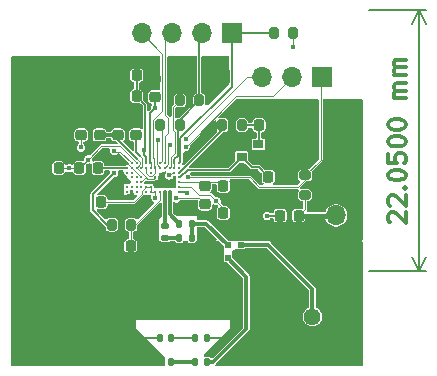
<source format=gbr>
%TF.GenerationSoftware,KiCad,Pcbnew,9.0.4*%
%TF.CreationDate,2025-08-31T12:09:40+02:00*%
%TF.ProjectId,CYW43439,43595734-3334-4333-992e-6b696361645f,rev?*%
%TF.SameCoordinates,Original*%
%TF.FileFunction,Copper,L1,Top*%
%TF.FilePolarity,Positive*%
%FSLAX46Y46*%
G04 Gerber Fmt 4.6, Leading zero omitted, Abs format (unit mm)*
G04 Created by KiCad (PCBNEW 9.0.4) date 2025-08-31 12:09:40*
%MOMM*%
%LPD*%
G01*
G04 APERTURE LIST*
G04 Aperture macros list*
%AMRoundRect*
0 Rectangle with rounded corners*
0 $1 Rounding radius*
0 $2 $3 $4 $5 $6 $7 $8 $9 X,Y pos of 4 corners*
0 Add a 4 corners polygon primitive as box body*
4,1,4,$2,$3,$4,$5,$6,$7,$8,$9,$2,$3,0*
0 Add four circle primitives for the rounded corners*
1,1,$1+$1,$2,$3*
1,1,$1+$1,$4,$5*
1,1,$1+$1,$6,$7*
1,1,$1+$1,$8,$9*
0 Add four rect primitives between the rounded corners*
20,1,$1+$1,$2,$3,$4,$5,0*
20,1,$1+$1,$4,$5,$6,$7,0*
20,1,$1+$1,$6,$7,$8,$9,0*
20,1,$1+$1,$8,$9,$2,$3,0*%
G04 Aperture macros list end*
%ADD10C,0.300000*%
%TA.AperFunction,NonConductor*%
%ADD11C,0.300000*%
%TD*%
%TA.AperFunction,NonConductor*%
%ADD12C,0.200000*%
%TD*%
%TA.AperFunction,SMDPad,CuDef*%
%ADD13RoundRect,0.200000X-0.200000X-0.275000X0.200000X-0.275000X0.200000X0.275000X-0.200000X0.275000X0*%
%TD*%
%TA.AperFunction,SMDPad,CuDef*%
%ADD14RoundRect,0.225000X0.250000X-0.225000X0.250000X0.225000X-0.250000X0.225000X-0.250000X-0.225000X0*%
%TD*%
%TA.AperFunction,SMDPad,CuDef*%
%ADD15RoundRect,0.135000X-0.135000X-0.185000X0.135000X-0.185000X0.135000X0.185000X-0.135000X0.185000X0*%
%TD*%
%TA.AperFunction,SMDPad,CuDef*%
%ADD16RoundRect,0.140000X0.140000X0.170000X-0.140000X0.170000X-0.140000X-0.170000X0.140000X-0.170000X0*%
%TD*%
%TA.AperFunction,ComponentPad*%
%ADD17R,1.700000X1.700000*%
%TD*%
%TA.AperFunction,ComponentPad*%
%ADD18O,1.700000X1.700000*%
%TD*%
%TA.AperFunction,SMDPad,CuDef*%
%ADD19RoundRect,0.218750X0.256250X-0.218750X0.256250X0.218750X-0.256250X0.218750X-0.256250X-0.218750X0*%
%TD*%
%TA.AperFunction,SMDPad,CuDef*%
%ADD20RoundRect,0.218750X-0.218750X-0.256250X0.218750X-0.256250X0.218750X0.256250X-0.218750X0.256250X0*%
%TD*%
%TA.AperFunction,SMDPad,CuDef*%
%ADD21RoundRect,0.200000X-0.275000X0.200000X-0.275000X-0.200000X0.275000X-0.200000X0.275000X0.200000X0*%
%TD*%
%TA.AperFunction,SMDPad,CuDef*%
%ADD22RoundRect,0.225000X0.225000X0.250000X-0.225000X0.250000X-0.225000X-0.250000X0.225000X-0.250000X0*%
%TD*%
%TA.AperFunction,SMDPad,CuDef*%
%ADD23RoundRect,0.225000X-0.225000X-0.250000X0.225000X-0.250000X0.225000X0.250000X-0.225000X0.250000X0*%
%TD*%
%TA.AperFunction,SMDPad,CuDef*%
%ADD24RoundRect,0.135000X-0.185000X0.135000X-0.185000X-0.135000X0.185000X-0.135000X0.185000X0.135000X0*%
%TD*%
%TA.AperFunction,SMDPad,CuDef*%
%ADD25R,0.900000X0.800000*%
%TD*%
%TA.AperFunction,ComponentPad*%
%ADD26C,1.440000*%
%TD*%
%TA.AperFunction,ComponentPad*%
%ADD27C,2.250000*%
%TD*%
%TA.AperFunction,SMDPad,CuDef*%
%ADD28R,0.500000X0.500000*%
%TD*%
%TA.AperFunction,SMDPad,CuDef*%
%ADD29C,0.250000*%
%TD*%
%TA.AperFunction,ViaPad*%
%ADD30C,0.400000*%
%TD*%
%TA.AperFunction,Conductor*%
%ADD31C,0.150000*%
%TD*%
%TA.AperFunction,Conductor*%
%ADD32C,0.100000*%
%TD*%
%TA.AperFunction,Conductor*%
%ADD33C,0.200000*%
%TD*%
%TA.AperFunction,Conductor*%
%ADD34C,0.300000*%
%TD*%
%TA.AperFunction,Conductor*%
%ADD35C,0.350000*%
%TD*%
%TA.AperFunction,Conductor*%
%ADD36C,0.400000*%
%TD*%
G04 APERTURE END LIST*
D10*
D11*
X157846185Y-100103569D02*
X157774757Y-100032141D01*
X157774757Y-100032141D02*
X157703328Y-99889284D01*
X157703328Y-99889284D02*
X157703328Y-99532141D01*
X157703328Y-99532141D02*
X157774757Y-99389284D01*
X157774757Y-99389284D02*
X157846185Y-99317855D01*
X157846185Y-99317855D02*
X157989042Y-99246426D01*
X157989042Y-99246426D02*
X158131900Y-99246426D01*
X158131900Y-99246426D02*
X158346185Y-99317855D01*
X158346185Y-99317855D02*
X159203328Y-100174998D01*
X159203328Y-100174998D02*
X159203328Y-99246426D01*
X157846185Y-98674998D02*
X157774757Y-98603570D01*
X157774757Y-98603570D02*
X157703328Y-98460713D01*
X157703328Y-98460713D02*
X157703328Y-98103570D01*
X157703328Y-98103570D02*
X157774757Y-97960713D01*
X157774757Y-97960713D02*
X157846185Y-97889284D01*
X157846185Y-97889284D02*
X157989042Y-97817855D01*
X157989042Y-97817855D02*
X158131900Y-97817855D01*
X158131900Y-97817855D02*
X158346185Y-97889284D01*
X158346185Y-97889284D02*
X159203328Y-98746427D01*
X159203328Y-98746427D02*
X159203328Y-97817855D01*
X159060471Y-97174999D02*
X159131900Y-97103570D01*
X159131900Y-97103570D02*
X159203328Y-97174999D01*
X159203328Y-97174999D02*
X159131900Y-97246427D01*
X159131900Y-97246427D02*
X159060471Y-97174999D01*
X159060471Y-97174999D02*
X159203328Y-97174999D01*
X157703328Y-96174998D02*
X157703328Y-96032141D01*
X157703328Y-96032141D02*
X157774757Y-95889284D01*
X157774757Y-95889284D02*
X157846185Y-95817856D01*
X157846185Y-95817856D02*
X157989042Y-95746427D01*
X157989042Y-95746427D02*
X158274757Y-95674998D01*
X158274757Y-95674998D02*
X158631900Y-95674998D01*
X158631900Y-95674998D02*
X158917614Y-95746427D01*
X158917614Y-95746427D02*
X159060471Y-95817856D01*
X159060471Y-95817856D02*
X159131900Y-95889284D01*
X159131900Y-95889284D02*
X159203328Y-96032141D01*
X159203328Y-96032141D02*
X159203328Y-96174998D01*
X159203328Y-96174998D02*
X159131900Y-96317856D01*
X159131900Y-96317856D02*
X159060471Y-96389284D01*
X159060471Y-96389284D02*
X158917614Y-96460713D01*
X158917614Y-96460713D02*
X158631900Y-96532141D01*
X158631900Y-96532141D02*
X158274757Y-96532141D01*
X158274757Y-96532141D02*
X157989042Y-96460713D01*
X157989042Y-96460713D02*
X157846185Y-96389284D01*
X157846185Y-96389284D02*
X157774757Y-96317856D01*
X157774757Y-96317856D02*
X157703328Y-96174998D01*
X157703328Y-94317856D02*
X157703328Y-95032142D01*
X157703328Y-95032142D02*
X158417614Y-95103570D01*
X158417614Y-95103570D02*
X158346185Y-95032142D01*
X158346185Y-95032142D02*
X158274757Y-94889285D01*
X158274757Y-94889285D02*
X158274757Y-94532142D01*
X158274757Y-94532142D02*
X158346185Y-94389285D01*
X158346185Y-94389285D02*
X158417614Y-94317856D01*
X158417614Y-94317856D02*
X158560471Y-94246427D01*
X158560471Y-94246427D02*
X158917614Y-94246427D01*
X158917614Y-94246427D02*
X159060471Y-94317856D01*
X159060471Y-94317856D02*
X159131900Y-94389285D01*
X159131900Y-94389285D02*
X159203328Y-94532142D01*
X159203328Y-94532142D02*
X159203328Y-94889285D01*
X159203328Y-94889285D02*
X159131900Y-95032142D01*
X159131900Y-95032142D02*
X159060471Y-95103570D01*
X157703328Y-93317856D02*
X157703328Y-93174999D01*
X157703328Y-93174999D02*
X157774757Y-93032142D01*
X157774757Y-93032142D02*
X157846185Y-92960714D01*
X157846185Y-92960714D02*
X157989042Y-92889285D01*
X157989042Y-92889285D02*
X158274757Y-92817856D01*
X158274757Y-92817856D02*
X158631900Y-92817856D01*
X158631900Y-92817856D02*
X158917614Y-92889285D01*
X158917614Y-92889285D02*
X159060471Y-92960714D01*
X159060471Y-92960714D02*
X159131900Y-93032142D01*
X159131900Y-93032142D02*
X159203328Y-93174999D01*
X159203328Y-93174999D02*
X159203328Y-93317856D01*
X159203328Y-93317856D02*
X159131900Y-93460714D01*
X159131900Y-93460714D02*
X159060471Y-93532142D01*
X159060471Y-93532142D02*
X158917614Y-93603571D01*
X158917614Y-93603571D02*
X158631900Y-93674999D01*
X158631900Y-93674999D02*
X158274757Y-93674999D01*
X158274757Y-93674999D02*
X157989042Y-93603571D01*
X157989042Y-93603571D02*
X157846185Y-93532142D01*
X157846185Y-93532142D02*
X157774757Y-93460714D01*
X157774757Y-93460714D02*
X157703328Y-93317856D01*
X157703328Y-91889285D02*
X157703328Y-91746428D01*
X157703328Y-91746428D02*
X157774757Y-91603571D01*
X157774757Y-91603571D02*
X157846185Y-91532143D01*
X157846185Y-91532143D02*
X157989042Y-91460714D01*
X157989042Y-91460714D02*
X158274757Y-91389285D01*
X158274757Y-91389285D02*
X158631900Y-91389285D01*
X158631900Y-91389285D02*
X158917614Y-91460714D01*
X158917614Y-91460714D02*
X159060471Y-91532143D01*
X159060471Y-91532143D02*
X159131900Y-91603571D01*
X159131900Y-91603571D02*
X159203328Y-91746428D01*
X159203328Y-91746428D02*
X159203328Y-91889285D01*
X159203328Y-91889285D02*
X159131900Y-92032143D01*
X159131900Y-92032143D02*
X159060471Y-92103571D01*
X159060471Y-92103571D02*
X158917614Y-92175000D01*
X158917614Y-92175000D02*
X158631900Y-92246428D01*
X158631900Y-92246428D02*
X158274757Y-92246428D01*
X158274757Y-92246428D02*
X157989042Y-92175000D01*
X157989042Y-92175000D02*
X157846185Y-92103571D01*
X157846185Y-92103571D02*
X157774757Y-92032143D01*
X157774757Y-92032143D02*
X157703328Y-91889285D01*
X159203328Y-89603572D02*
X158203328Y-89603572D01*
X158346185Y-89603572D02*
X158274757Y-89532143D01*
X158274757Y-89532143D02*
X158203328Y-89389286D01*
X158203328Y-89389286D02*
X158203328Y-89175000D01*
X158203328Y-89175000D02*
X158274757Y-89032143D01*
X158274757Y-89032143D02*
X158417614Y-88960715D01*
X158417614Y-88960715D02*
X159203328Y-88960715D01*
X158417614Y-88960715D02*
X158274757Y-88889286D01*
X158274757Y-88889286D02*
X158203328Y-88746429D01*
X158203328Y-88746429D02*
X158203328Y-88532143D01*
X158203328Y-88532143D02*
X158274757Y-88389286D01*
X158274757Y-88389286D02*
X158417614Y-88317857D01*
X158417614Y-88317857D02*
X159203328Y-88317857D01*
X159203328Y-87603572D02*
X158203328Y-87603572D01*
X158346185Y-87603572D02*
X158274757Y-87532143D01*
X158274757Y-87532143D02*
X158203328Y-87389286D01*
X158203328Y-87389286D02*
X158203328Y-87175000D01*
X158203328Y-87175000D02*
X158274757Y-87032143D01*
X158274757Y-87032143D02*
X158417614Y-86960715D01*
X158417614Y-86960715D02*
X159203328Y-86960715D01*
X158417614Y-86960715D02*
X158274757Y-86889286D01*
X158274757Y-86889286D02*
X158203328Y-86746429D01*
X158203328Y-86746429D02*
X158203328Y-86532143D01*
X158203328Y-86532143D02*
X158274757Y-86389286D01*
X158274757Y-86389286D02*
X158417614Y-86317857D01*
X158417614Y-86317857D02*
X159203328Y-86317857D01*
D12*
X156125000Y-104200000D02*
X160911420Y-104200000D01*
X156125000Y-82150000D02*
X160911420Y-82150000D01*
X160325000Y-104200000D02*
X160325000Y-82150000D01*
X160325000Y-104200000D02*
X159738579Y-103073496D01*
X160325000Y-104200000D02*
X160911421Y-103073496D01*
X160325000Y-82150000D02*
X160911421Y-83276504D01*
X160325000Y-82150000D02*
X159738579Y-83276504D01*
D13*
%TO.P,R6,1*%
%TO.N,WL_CLK*%
X148025000Y-84100000D03*
%TO.P,R6,2*%
%TO.N,GND*%
X149675000Y-84100000D03*
%TD*%
D14*
%TO.P,C13,1*%
%TO.N,VOUT_CORE*%
X134825000Y-92700000D03*
%TO.P,C13,2*%
%TO.N,GND*%
X134825000Y-91150000D03*
%TD*%
D15*
%TO.P,C3,1*%
%TO.N,Net-(U1-WLRF_2G_RF)*%
X140040000Y-100200000D03*
%TO.P,C3,2*%
%TO.N,Net-(JP1-C)*%
X141060000Y-100200000D03*
%TD*%
D16*
%TO.P,C20,1*%
%TO.N,Net-(C19-Pad2)*%
X139330000Y-109925000D03*
%TO.P,C20,2*%
%TO.N,GND*%
X138370000Y-109925000D03*
%TD*%
D17*
%TO.P,J3,1,Pin_1*%
%TO.N,GND*%
X153300000Y-96975000D03*
D18*
%TO.P,J3,2,Pin_2*%
%TO.N,+3.3V*%
X153300000Y-99515000D03*
%TD*%
D19*
%TO.P,FB1,1*%
%TO.N,Net-(U1-BTFM_PLL_VDD)*%
X142200000Y-98562500D03*
%TO.P,FB1,2*%
%TO.N,XTAL_VDD*%
X142200000Y-96987500D03*
%TD*%
D14*
%TO.P,C6,1*%
%TO.N,VOUT_CORE*%
X133275000Y-92700000D03*
%TO.P,C6,2*%
%TO.N,GND*%
X133275000Y-91150000D03*
%TD*%
D20*
%TO.P,FB2,1*%
%TO.N,VDDBAT*%
X148562500Y-99525000D03*
%TO.P,FB2,2*%
%TO.N,+3.3V*%
X150137500Y-99525000D03*
%TD*%
D21*
%TO.P,R6,1*%
%TO.N,WL_GPIO2*%
X150675000Y-96125000D03*
%TO.P,R6,2*%
%TO.N,+3.3V*%
X150675000Y-97775000D03*
%TD*%
D22*
%TO.P,C16,1*%
%TO.N,VIN_LDO*%
X129800000Y-95500000D03*
%TO.P,C16,2*%
%TO.N,GND*%
X128250000Y-95500000D03*
%TD*%
D15*
%TO.P,C4,1*%
%TO.N,Net-(C4-Pad1)*%
X140040000Y-101400000D03*
%TO.P,C4,2*%
%TO.N,Net-(JP1-C)*%
X141060000Y-101400000D03*
%TD*%
D14*
%TO.P,C14,1*%
%TO.N,VOUT_LN*%
X136375000Y-92700000D03*
%TO.P,C14,2*%
%TO.N,GND*%
X136375000Y-91150000D03*
%TD*%
D23*
%TO.P,C2,1*%
%TO.N,Net-(U1-WLRF_XTAL_XOP)*%
X147550000Y-96225000D03*
%TO.P,C2,2*%
%TO.N,GND*%
X149100000Y-96225000D03*
%TD*%
D17*
%TO.P,J2,1,Pin_1*%
%TO.N,WL_CLK*%
X144450000Y-84100000D03*
D18*
%TO.P,J2,2,Pin_2*%
%TO.N,WL_D*%
X141910000Y-84100000D03*
%TO.P,J2,3,Pin_3*%
%TO.N,WL_CS*%
X139370000Y-84100000D03*
%TO.P,J2,4,Pin_4*%
%TO.N,WL_ON*%
X136830000Y-84100000D03*
%TD*%
D24*
%TO.P,L1,1,1*%
%TO.N,WLRF_2G_ELG*%
X138800000Y-100390000D03*
%TO.P,L1,2,2*%
%TO.N,Net-(C4-Pad1)*%
X138800000Y-101410000D03*
%TD*%
D22*
%TO.P,C10,1*%
%TO.N,BT_PAVDD*%
X135900000Y-102075000D03*
%TO.P,C10,2*%
%TO.N,GND*%
X134350000Y-102075000D03*
%TD*%
D25*
%TO.P,Y1,1,1*%
%TO.N,Net-(U1-WLRF_XTAL_XOP)*%
X145325000Y-94600000D03*
%TO.P,Y1,2,2*%
%TO.N,GND*%
X146725000Y-94600000D03*
%TO.P,Y1,3,3*%
%TO.N,Net-(C1-Pad1)*%
X146725000Y-93500000D03*
%TO.P,Y1,4,4*%
%TO.N,GND*%
X145325000Y-93500000D03*
%TD*%
D17*
%TO.P,J1,1,Pin_1*%
%TO.N,WL_GPIO2*%
X152125000Y-87800000D03*
D18*
%TO.P,J1,2,Pin_2*%
%TO.N,WL_GPIO0*%
X149585000Y-87800000D03*
%TO.P,J1,3,Pin_3*%
%TO.N,WL_GPIO1*%
X147045000Y-87800000D03*
%TD*%
D23*
%TO.P,C11,1*%
%TO.N,XTAL_VDD*%
X143750000Y-97025000D03*
%TO.P,C11,2*%
%TO.N,GND*%
X145300000Y-97025000D03*
%TD*%
D14*
%TO.P,C15,1*%
%TO.N,VDDBAT*%
X131725000Y-92700000D03*
%TO.P,C15,2*%
%TO.N,GND*%
X131725000Y-91150000D03*
%TD*%
D22*
%TO.P,C12,1*%
%TO.N,Net-(U1-BTFM_PLL_VDD)*%
X133400000Y-98375000D03*
%TO.P,C12,2*%
%TO.N,GND*%
X131850000Y-98375000D03*
%TD*%
D26*
%TO.P,J4,1,In*%
%TO.N,Net-(J4-In)*%
X151290000Y-108085000D03*
D27*
%TO.P,J4,2,Ext*%
%TO.N,GND*%
X148750000Y-105545000D03*
X148750000Y-110625000D03*
X153830000Y-105545000D03*
X153830000Y-110625000D03*
%TD*%
D20*
%TO.P,L2,1,1*%
%TO.N,VIN_LDO*%
X131562500Y-95500000D03*
%TO.P,L2,2,2*%
%TO.N,SR_VLX*%
X133137500Y-95500000D03*
%TD*%
D22*
%TO.P,C9,1*%
%TO.N,VOUT_3P3*%
X136400000Y-89425000D03*
%TO.P,C9,2*%
%TO.N,GND*%
X134850000Y-89425000D03*
%TD*%
D16*
%TO.P,C17,1*%
%TO.N,ANTENNA*%
X142330000Y-111900000D03*
%TO.P,C17,2*%
%TO.N,Net-(C17-Pad2)*%
X141370000Y-111900000D03*
%TD*%
D28*
%TO.P,JP1,1,A*%
%TO.N,Net-(J4-In)*%
X145225000Y-102025000D03*
%TO.P,JP1,2,C*%
%TO.N,Net-(JP1-C)*%
X144125000Y-102025000D03*
%TO.P,JP1,3,B*%
%TO.N,ANTENNA*%
X144125000Y-103125000D03*
%TD*%
D23*
%TO.P,C7,1*%
%TO.N,VIN_LDO*%
X143750000Y-99325000D03*
%TO.P,C7,2*%
%TO.N,GND*%
X145300000Y-99325000D03*
%TD*%
D13*
%TO.P,R3,1*%
%TO.N,Net-(U1-SDIO_DATA_1)*%
X138425000Y-91875000D03*
%TO.P,R3,2*%
%TO.N,WL_D*%
X140075000Y-91875000D03*
%TD*%
D29*
%TO.P,U1,A1,BT_UART_RXD*%
%TO.N,unconnected-(U1-BT_UART_RXD-PadA1)*%
X135600000Y-97500000D03*
%TO.P,U1,A2,BT_UART_TXD*%
%TO.N,unconnected-(U1-BT_UART_TXD-PadA2)*%
X135600000Y-97100000D03*
%TO.P,U1,A5,BT_PCM_CLK*%
%TO.N,unconnected-(U1-BT_PCM_CLK-PadA5)*%
X135600000Y-95900000D03*
%TO.P,U1,A6,SR_VLX*%
%TO.N,SR_VLX*%
X135600000Y-95500000D03*
%TO.P,U1,A7,SR_PVSS*%
%TO.N,GND*%
X135600000Y-95100000D03*
%TO.P,U1,B1,BT_DEV_WAKE*%
X136000000Y-97500000D03*
%TO.P,U1,B2,BT_UART_~{CTS}*%
%TO.N,unconnected-(U1-BT_UART_~{CTS}-PadB2)*%
X136000000Y-97100000D03*
%TO.P,U1,B4,BT_PCM_OUT*%
%TO.N,unconnected-(U1-BT_PCM_OUT-PadB4)*%
X136000000Y-96300000D03*
%TO.P,U1,B5,BT_PCM_SYNC*%
%TO.N,unconnected-(U1-BT_PCM_SYNC-PadB5)*%
X136000000Y-95900000D03*
%TO.P,U1,B6,PMU_AVSS*%
%TO.N,GND*%
X136000000Y-95500000D03*
%TO.P,U1,B7,SR_VDDBAT5V*%
%TO.N,VDDBAT*%
X136000000Y-95100000D03*
%TO.P,U1,C1,BT_HOST_WAKE*%
%TO.N,unconnected-(U1-BT_HOST_WAKE-PadC1)*%
X136400000Y-97500000D03*
%TO.P,U1,C2,FM_OUT1*%
%TO.N,unconnected-(U1-FM_OUT1-PadC2)*%
X136400000Y-97100000D03*
%TO.P,U1,C3,BT_UART_~{RTS}*%
%TO.N,unconnected-(U1-BT_UART_~{RTS}-PadC3)*%
X136400000Y-96700000D03*
%TO.P,U1,C4,BT_PCM_IN*%
%TO.N,unconnected-(U1-BT_PCM_IN-PadC4)*%
X136400000Y-96300000D03*
%TO.P,U1,C6,VOUT_CLDO*%
%TO.N,VOUT_CORE*%
X136400000Y-95500000D03*
%TO.P,U1,C7,LDO_VDD1P5*%
%TO.N,VIN_LDO*%
X136400000Y-95100000D03*
%TO.P,U1,D2,FM_OUT2*%
%TO.N,unconnected-(U1-FM_OUT2-PadD2)*%
X136800000Y-97100000D03*
%TO.P,U1,D3,VDDC*%
%TO.N,VOUT_CORE*%
X136800000Y-96700000D03*
%TO.P,U1,D4,VSSC*%
%TO.N,GND*%
X136800000Y-96300000D03*
%TO.P,U1,D6,VOUT_LNLDO*%
%TO.N,VOUT_LN*%
X136800000Y-95500000D03*
%TO.P,U1,E1,FM_RF_IN*%
%TO.N,unconnected-(U1-FM_RF_IN-PadE1)*%
X137200000Y-97500000D03*
%TO.P,U1,E2,FM_RF_VDD*%
%TO.N,Net-(U1-BTFM_PLL_VDD)*%
X137200000Y-97100000D03*
%TO.P,U1,E3,FM_RF_VSS*%
%TO.N,GND*%
X137200000Y-96700000D03*
%TO.P,U1,E6,BT_REG_ON*%
%TO.N,WL_ON*%
X137200000Y-95500000D03*
%TO.P,U1,E7,VOUT_3P3*%
%TO.N,VOUT_3P3*%
X137200000Y-95100000D03*
%TO.P,U1,F1,BT_VCO_VDD*%
%TO.N,Net-(U1-BTFM_PLL_VDD)*%
X137600000Y-97500000D03*
%TO.P,U1,F2,BTFM_PLL_VDD*%
X137600000Y-97100000D03*
%TO.P,U1,F5,LPO_IN*%
%TO.N,unconnected-(U1-LPO_IN-PadF5)*%
X137600000Y-95900000D03*
%TO.P,U1,F6,WCC_VDDIO*%
%TO.N,VDDBAT*%
X137600000Y-95500000D03*
%TO.P,U1,F7,LDO_VDDBAT5V*%
X137600000Y-95100000D03*
%TO.P,U1,G1,BT_IF_VDD*%
%TO.N,Net-(U1-BTFM_PLL_VDD)*%
X138000000Y-97500000D03*
%TO.P,U1,G2,BTFM_PLL_VSS*%
%TO.N,GND*%
X138000000Y-97100000D03*
%TO.P,U1,G4,VDDC*%
%TO.N,VOUT_CORE*%
X138000000Y-96300000D03*
%TO.P,U1,G6,WL_REG_ON*%
%TO.N,WL_ON*%
X138000000Y-95500000D03*
%TO.P,U1,H1,BT_PAVDD*%
%TO.N,BT_PAVDD*%
X138400000Y-97500000D03*
%TO.P,U1,H2,BT_IF_VSS*%
%TO.N,GND*%
X138400000Y-97100000D03*
%TO.P,U1,H3,BT_VCO_VSS*%
X138400000Y-96700000D03*
%TO.P,U1,H4,WLRF_AFE_GND*%
X138400000Y-96300000D03*
%TO.P,U1,H6,GPIO_1*%
%TO.N,WL_GPIO1*%
X138400000Y-95500000D03*
%TO.P,U1,H7,SDIO_DATA_1*%
%TO.N,Net-(U1-SDIO_DATA_1)*%
X138400000Y-95100000D03*
%TO.P,U1,J1,WLRF_2G_ELG*%
%TO.N,WLRF_2G_ELG*%
X138800000Y-97500000D03*
%TO.P,U1,J2,WLRF_LNA_GND*%
%TO.N,GND*%
X138800000Y-97100000D03*
%TO.P,U1,J3,WLRF_GPIO*%
X138800000Y-96700000D03*
%TO.P,U1,J5,VSSC*%
X138800000Y-95900000D03*
%TO.P,U1,J6,GPIO_0*%
%TO.N,WL_GPIO0*%
X138800000Y-95500000D03*
%TO.P,U1,J7,SDIO_DATA_3*%
%TO.N,WL_CS*%
X138800000Y-95100000D03*
%TO.P,U1,K1,WLRF_2G_RF*%
%TO.N,Net-(U1-WLRF_2G_RF)*%
X139200000Y-97500000D03*
%TO.P,U1,K2,WLRF_GENERAL_GND*%
%TO.N,GND*%
X139200000Y-97100000D03*
%TO.P,U1,K6,SDIO_DATA_0*%
%TO.N,Net-(U1-SDIO_DATA_0)*%
X139200000Y-95500000D03*
%TO.P,U1,L2,WLRF_PA_GND*%
%TO.N,GND*%
X139600000Y-97100000D03*
%TO.P,U1,L3,WLRF_VCO_GND*%
X139600000Y-96700000D03*
%TO.P,U1,L4,WLRF_XTAL_GND*%
X139600000Y-96300000D03*
%TO.P,U1,L5,GPIO_2*%
%TO.N,WL_GPIO2*%
X139600000Y-95900000D03*
%TO.P,U1,L6,SDIO_CMD*%
%TO.N,WL_D*%
X139600000Y-95500000D03*
%TO.P,U1,L7,SDIO_DATA_2*%
X139600000Y-95100000D03*
%TO.P,U1,M1,WLRF_PA_VDD*%
%TO.N,VOUT_3P3*%
X140000000Y-97500000D03*
%TO.P,U1,M2,WLRF_VDD_1P35*%
%TO.N,VIN_LDO*%
X140000000Y-97100000D03*
%TO.P,U1,M3,WLRF_XTAL_VDD1P2*%
%TO.N,XTAL_VDD*%
X140000000Y-96700000D03*
%TO.P,U1,M4,WLRF_XTAL_XOP*%
%TO.N,Net-(U1-WLRF_XTAL_XOP)*%
X140000000Y-96300000D03*
%TO.P,U1,M5,WLRF_XTAL_XON*%
%TO.N,Net-(U1-WLRF_XTAL_XON)*%
X140000000Y-95900000D03*
%TO.P,U1,M6,CLK_REQ*%
%TO.N,unconnected-(U1-CLK_REQ-PadM6)*%
X140000000Y-95500000D03*
%TO.P,U1,M7,SDIO_CLK*%
%TO.N,WL_CLK*%
X140000000Y-95100000D03*
%TD*%
D16*
%TO.P,C19,1*%
%TO.N,GND*%
X142330000Y-109925000D03*
%TO.P,C19,2*%
%TO.N,Net-(C19-Pad2)*%
X141370000Y-109925000D03*
%TD*%
%TO.P,C18,1*%
%TO.N,Net-(C17-Pad2)*%
X139330000Y-111900000D03*
%TO.P,C18,2*%
%TO.N,GND*%
X138370000Y-111900000D03*
%TD*%
D23*
%TO.P,C1,1*%
%TO.N,Net-(C1-Pad1)*%
X146775000Y-91875000D03*
%TO.P,C1,2*%
%TO.N,GND*%
X148325000Y-91875000D03*
%TD*%
D13*
%TO.P,R4,1*%
%TO.N,Net-(U1-SDIO_DATA_0)*%
X140075000Y-89775000D03*
%TO.P,R4,2*%
%TO.N,WL_D*%
X141725000Y-89775000D03*
%TD*%
D14*
%TO.P,C8,1*%
%TO.N,VDDBAT*%
X137950000Y-89475000D03*
%TO.P,C8,2*%
%TO.N,GND*%
X137950000Y-87925000D03*
%TD*%
D22*
%TO.P,C5,1*%
%TO.N,VOUT_3P3*%
X136425000Y-87650000D03*
%TO.P,C5,2*%
%TO.N,GND*%
X134875000Y-87650000D03*
%TD*%
D13*
%TO.P,R5,1*%
%TO.N,VOUT_3P3*%
X134300000Y-100300000D03*
%TO.P,R5,2*%
%TO.N,BT_PAVDD*%
X135950000Y-100300000D03*
%TD*%
%TO.P,R1,1*%
%TO.N,Net-(U1-WLRF_XTAL_XON)*%
X143675000Y-91875000D03*
%TO.P,R1,2*%
%TO.N,Net-(C1-Pad1)*%
X145325000Y-91875000D03*
%TD*%
D30*
%TO.N,GND*%
X147800000Y-93500000D03*
%TO.N,VIN_LDO*%
X143172867Y-98277133D03*
X132281250Y-94781250D03*
X130700000Y-95500000D03*
%TO.N,GND*%
X149675000Y-85275000D03*
%TO.N,VDDBAT*%
X131700000Y-93750000D03*
%TO.N,GND*%
X146225000Y-109250000D03*
X144700000Y-102625000D03*
X150300000Y-92550000D03*
X142350000Y-88450000D03*
X149120000Y-102820000D03*
X132575000Y-111825000D03*
X144725000Y-109300000D03*
X154925000Y-111450000D03*
X145575000Y-103725000D03*
X145150000Y-107250000D03*
X145300000Y-98150000D03*
X137250000Y-98050000D03*
X126100000Y-99075000D03*
X146125000Y-104300000D03*
X135575000Y-86400000D03*
X133475000Y-89925000D03*
X126425000Y-107275000D03*
X141900000Y-100750000D03*
X150760000Y-106375000D03*
X139700000Y-99000000D03*
X138500000Y-102200000D03*
X139900000Y-102200000D03*
X144075000Y-109925000D03*
X134925000Y-96600000D03*
X137050000Y-108025000D03*
X141000000Y-99300000D03*
X135975000Y-97970000D03*
X149770000Y-103470000D03*
X145500000Y-110050000D03*
X134100000Y-94500000D03*
X154925000Y-106900000D03*
X134925000Y-98780000D03*
X148540000Y-102210000D03*
X144700000Y-108675000D03*
X142325000Y-86700000D03*
X139240000Y-88550000D03*
X126175000Y-94600000D03*
X143690000Y-111870000D03*
X144320000Y-111230000D03*
X143275000Y-103350000D03*
X143225000Y-100350000D03*
X154875000Y-102875000D03*
X137075000Y-110450000D03*
X150275000Y-102025000D03*
X141900000Y-99650000D03*
X142900000Y-111100000D03*
X151800000Y-105500000D03*
X140368753Y-108019975D03*
X134090000Y-95050000D03*
X155175000Y-90275000D03*
X147800000Y-94650000D03*
X138000000Y-101800000D03*
X143275000Y-102000000D03*
X144075000Y-94975000D03*
X128925000Y-99175000D03*
X140175000Y-104950000D03*
X127075000Y-95500000D03*
X144675000Y-104475000D03*
X135625000Y-96600000D03*
X126425000Y-102700000D03*
X143475000Y-110500000D03*
X145000000Y-90150000D03*
X138000000Y-101200000D03*
X143525000Y-108025000D03*
X146350000Y-106300000D03*
X133275000Y-102025000D03*
X133450000Y-94500000D03*
X138000000Y-100000000D03*
X130775000Y-98400000D03*
X145425000Y-102625000D03*
X130675000Y-86500000D03*
X140300000Y-99300000D03*
X142300000Y-92800000D03*
X145075000Y-103225000D03*
X137025000Y-98775000D03*
X144250000Y-93475000D03*
X136000000Y-108675000D03*
X139200000Y-102200000D03*
X143800000Y-88300000D03*
X139230000Y-86775000D03*
X144125000Y-103975000D03*
X146350000Y-108125000D03*
X141425000Y-108025000D03*
X139200000Y-96700000D03*
X146350000Y-105350000D03*
X150875000Y-90000000D03*
X151090000Y-104760000D03*
X144675000Y-108025000D03*
X135975000Y-109350000D03*
X147750000Y-102950000D03*
X134950000Y-95050000D03*
X149200000Y-91825000D03*
X147890000Y-101580000D03*
X126350000Y-86450000D03*
X142600000Y-99675000D03*
X138025000Y-86975000D03*
X141150000Y-88425000D03*
X149625000Y-111950000D03*
X144900000Y-110650000D03*
X150340000Y-105575000D03*
X144500000Y-101275000D03*
X146350000Y-107225000D03*
X140975000Y-94100000D03*
X143275000Y-102650000D03*
X138150000Y-108025000D03*
X131850000Y-89900000D03*
X146225000Y-102625000D03*
X145150000Y-105375000D03*
X141800000Y-94900000D03*
X141150000Y-86775000D03*
X155200000Y-95200000D03*
X146050000Y-101275000D03*
X142425000Y-108025000D03*
X138000000Y-100600000D03*
X133825000Y-97300000D03*
X136475000Y-109925000D03*
X126225000Y-90475000D03*
X148425000Y-103625000D03*
X126500000Y-111700000D03*
X141300000Y-102200000D03*
X141900000Y-101900000D03*
X150250000Y-94875000D03*
X137675000Y-111075000D03*
X141900000Y-101350000D03*
X136000000Y-108025000D03*
X143750000Y-100850000D03*
X145375000Y-95800000D03*
X143150000Y-93475000D03*
X151820000Y-106375000D03*
X143900000Y-86700000D03*
X139275000Y-108025000D03*
X134925000Y-97970000D03*
X140600000Y-102200000D03*
X147000000Y-102625000D03*
X147200000Y-98175000D03*
X150430000Y-104110000D03*
X145275000Y-101275000D03*
X143275000Y-103975000D03*
X146925000Y-101250000D03*
X145150000Y-106325000D03*
X138300000Y-99000000D03*
X131175000Y-107075000D03*
X155225000Y-99950000D03*
X142550000Y-101325000D03*
%TO.N,WL_GPIO2*%
X139175000Y-96125000D03*
X140725000Y-96300000D03*
%TO.N,WL_GPIO1*%
X140600000Y-93075000D03*
X138200000Y-93091608D03*
%TO.N,WL_GPIO0*%
X139220000Y-93510000D03*
X140550000Y-93700000D03*
%TO.N,VOUT_3P3*%
X134500000Y-95925000D03*
X137025000Y-94000000D03*
X140710000Y-97590000D03*
%TO.N,VDDBAT*%
X147450000Y-99550000D03*
X137950000Y-90450000D03*
X134500000Y-94050000D03*
%TO.N,Net-(U1-BTFM_PLL_VDD)*%
X139750000Y-98075000D03*
X138000000Y-98010000D03*
%TD*%
D31*
%TO.N,Net-(U1-WLRF_XTAL_XOP)*%
X140000000Y-96300000D02*
X140105025Y-96300000D01*
X140105025Y-96300000D02*
X140730025Y-95675000D01*
X140730025Y-95675000D02*
X144250000Y-95675000D01*
X144250000Y-95675000D02*
X145325000Y-94600000D01*
X145325000Y-94600000D02*
X146150000Y-95425000D01*
X146150000Y-95425000D02*
X146750000Y-95425000D01*
X146750000Y-95425000D02*
X147550000Y-96225000D01*
D32*
%TO.N,VIN_LDO*%
X130700000Y-95500000D02*
X129800000Y-95500000D01*
X132281250Y-94781250D02*
X131562500Y-95500000D01*
X143172867Y-98277133D02*
X143572516Y-98676782D01*
X140000000Y-97100000D02*
X141050000Y-97100000D01*
X141050000Y-97100000D02*
X141700000Y-97750000D01*
X141700000Y-97750000D02*
X142645734Y-97750000D01*
X142645734Y-97750000D02*
X143172867Y-98277133D01*
X143572516Y-98676782D02*
X143572516Y-99147516D01*
X131562500Y-95500000D02*
X130700000Y-95500000D01*
%TO.N,VDDBAT*%
X131700000Y-93750000D02*
X131725000Y-93725000D01*
X131725000Y-93725000D02*
X131725000Y-92700000D01*
%TO.N,VIN_LDO*%
X136400000Y-95100000D02*
X134975000Y-93675000D01*
%TO.N,VDDBAT*%
X135012132Y-94112132D02*
X134562132Y-94112132D01*
X134562132Y-94112132D02*
X134500000Y-94050000D01*
%TO.N,GND*%
X149675000Y-84100000D02*
X149675000Y-85275000D01*
D31*
%TO.N,WL_CLK*%
X144450000Y-84100000D02*
X148025000Y-84100000D01*
D32*
%TO.N,GND*%
X134850000Y-91175000D02*
X134825000Y-91150000D01*
X138025000Y-87850000D02*
X137950000Y-87925000D01*
X134875000Y-89400000D02*
X134850000Y-89425000D01*
D33*
X144075000Y-109925000D02*
X142330000Y-109925000D01*
X138370000Y-109925000D02*
X136475000Y-109925000D01*
D32*
X136800000Y-96300000D02*
X136000000Y-95500000D01*
X136000000Y-95500000D02*
X135600000Y-95100000D01*
D33*
%TO.N,Net-(C1-Pad1)*%
X146775000Y-91875000D02*
X146775000Y-93450000D01*
D32*
X146825000Y-93475000D02*
X146800000Y-93500000D01*
D33*
X145325000Y-91875000D02*
X146775000Y-91875000D01*
D31*
X146600000Y-93250000D02*
X146825000Y-93475000D01*
%TO.N,Net-(U1-WLRF_XTAL_XON)*%
X140000000Y-95900000D02*
X140037500Y-95900000D01*
D32*
X143675000Y-92225000D02*
X143675000Y-91875000D01*
D31*
X143675000Y-92262500D02*
X143675000Y-92225000D01*
X140037500Y-95900000D02*
X143675000Y-92262500D01*
D34*
%TO.N,Net-(U1-WLRF_2G_RF)*%
X139200000Y-99360000D02*
X140040000Y-100200000D01*
X139200000Y-97500000D02*
X139200000Y-99360000D01*
D35*
%TO.N,Net-(C4-Pad1)*%
X140005000Y-101435000D02*
X138675000Y-101435000D01*
X140040000Y-101400000D02*
X140005000Y-101435000D01*
D34*
%TO.N,WLRF_2G_ELG*%
X138800000Y-97500000D02*
X138800000Y-100290000D01*
D35*
%TO.N,ANTENNA*%
X142900000Y-111900000D02*
X142330000Y-111900000D01*
X145700000Y-104700000D02*
X145700000Y-109100000D01*
X144125000Y-103125000D02*
X145700000Y-104700000D01*
X145700000Y-109100000D02*
X142900000Y-111900000D01*
D31*
%TO.N,WL_D*%
X139600000Y-95100000D02*
X139600000Y-94725000D01*
D32*
X139600000Y-95500000D02*
X139600000Y-95100000D01*
D31*
X140075000Y-91425000D02*
X141725000Y-89775000D01*
X141725000Y-89775000D02*
X141725000Y-84285000D01*
X139600000Y-94725000D02*
X139875000Y-94450000D01*
X140075000Y-91875000D02*
X140075000Y-91425000D01*
X141725000Y-84285000D02*
X141910000Y-84100000D01*
X139875000Y-92075000D02*
X140075000Y-91875000D01*
X139875000Y-94450000D02*
X139875000Y-92075000D01*
D32*
%TO.N,Net-(U1-SDIO_DATA_1)*%
X138400000Y-95100000D02*
X138600000Y-94900000D01*
X138600000Y-94900000D02*
X138600000Y-92050000D01*
X138600000Y-92050000D02*
X138425000Y-91875000D01*
%TO.N,Net-(U1-SDIO_DATA_0)*%
X139525000Y-90325000D02*
X140075000Y-89775000D01*
X139300000Y-95400000D02*
X139300000Y-94525000D01*
X139525000Y-92300516D02*
X139525000Y-90325000D01*
X139300000Y-94525000D02*
X139640000Y-94185000D01*
X139640000Y-92415516D02*
X139525000Y-92300516D01*
X139200000Y-95500000D02*
X139300000Y-95400000D01*
X139640000Y-94185000D02*
X139640000Y-92415516D01*
D31*
%TO.N,WL_CLK*%
X140000000Y-95100000D02*
X140125000Y-94975000D01*
X144450000Y-88605025D02*
X144450000Y-84100000D01*
X140125000Y-94975000D02*
X140125000Y-92930025D01*
X140125000Y-92930025D02*
X144450000Y-88605025D01*
D32*
%TO.N,WL_CS*%
X138825000Y-91000000D02*
X138825000Y-84645000D01*
X138820000Y-92805000D02*
X139075000Y-92550000D01*
X139075000Y-92550000D02*
X139075000Y-91250000D01*
X138820000Y-95080000D02*
X138820000Y-92805000D01*
X138825000Y-84645000D02*
X139370000Y-84100000D01*
X139075000Y-91250000D02*
X138825000Y-91000000D01*
X138800000Y-95100000D02*
X138820000Y-95080000D01*
%TO.N,WL_ON*%
X138000000Y-95900000D02*
X138000000Y-95500000D01*
X138000000Y-95382843D02*
X137900000Y-95282843D01*
X137800000Y-94600000D02*
X137800000Y-91450000D01*
X137450000Y-96200000D02*
X137700000Y-96200000D01*
X138575000Y-90675000D02*
X138575000Y-85845000D01*
X138575000Y-85845000D02*
X136830000Y-84100000D01*
X137700000Y-96200000D02*
X138000000Y-95900000D01*
X137800000Y-91450000D02*
X138575000Y-90675000D01*
X137900000Y-95282843D02*
X137900000Y-94700000D01*
X138000000Y-95500000D02*
X138000000Y-95382843D01*
X137900000Y-94700000D02*
X137800000Y-94600000D01*
X137200000Y-95500000D02*
X137200000Y-95950000D01*
X137200000Y-95950000D02*
X137450000Y-96200000D01*
%TO.N,WL_GPIO2*%
X146775000Y-97100000D02*
X150050000Y-97100000D01*
X152000000Y-94800000D02*
X152000000Y-87925000D01*
X145975000Y-96300000D02*
X146775000Y-97100000D01*
X152000000Y-87925000D02*
X152125000Y-87800000D01*
X139600000Y-95900000D02*
X139400000Y-95900000D01*
X150675000Y-96475000D02*
X150675000Y-96125000D01*
X152125000Y-87800000D02*
X152125000Y-87925000D01*
X150050000Y-97100000D02*
X150675000Y-96475000D01*
X140725000Y-96300000D02*
X145975000Y-96300000D01*
X139400000Y-95900000D02*
X139175000Y-96125000D01*
X150675000Y-96125000D02*
X152000000Y-94800000D01*
%TO.N,WL_GPIO1*%
X138200000Y-93091608D02*
X138100000Y-93191608D01*
X145775000Y-87800000D02*
X147045000Y-87800000D01*
X147045000Y-87800000D02*
X147045000Y-87925000D01*
X138100000Y-93191608D02*
X138100000Y-94375000D01*
X138100000Y-95200000D02*
X138100000Y-94375000D01*
X138400000Y-95500000D02*
X138100000Y-95200000D01*
X140600000Y-92975000D02*
X145775000Y-87800000D01*
X140600000Y-93075000D02*
X140600000Y-92975000D01*
%TO.N,WL_GPIO0*%
X147985000Y-89400000D02*
X149585000Y-87800000D01*
X139100000Y-95200000D02*
X138800000Y-95500000D01*
X140550000Y-93700000D02*
X144850000Y-89400000D01*
X139220000Y-93510000D02*
X139100000Y-93630000D01*
X139100000Y-93630000D02*
X139100000Y-95200000D01*
X144850000Y-89400000D02*
X147985000Y-89400000D01*
D31*
%TO.N,VOUT_3P3*%
X137025000Y-94400000D02*
X137200000Y-94575000D01*
X137025000Y-94000000D02*
X137125000Y-93900000D01*
D32*
X137125000Y-94000000D02*
X137150000Y-93975000D01*
D31*
X137200000Y-94575000D02*
X137200000Y-95100000D01*
X140620000Y-97500000D02*
X140000000Y-97500000D01*
D33*
X132700000Y-99075000D02*
X133925000Y-100300000D01*
D31*
X140710000Y-97590000D02*
X140620000Y-97500000D01*
X137025000Y-94000000D02*
X137025000Y-94400000D01*
D33*
X133925000Y-100300000D02*
X134300000Y-100300000D01*
X132700000Y-97725000D02*
X132700000Y-99075000D01*
X136400000Y-89425000D02*
X136400000Y-87675000D01*
X134500000Y-95925000D02*
X132700000Y-97725000D01*
D31*
X137125000Y-90150000D02*
X136400000Y-89425000D01*
X137125000Y-93900000D02*
X137125000Y-90150000D01*
D32*
X136400000Y-87675000D02*
X136425000Y-87650000D01*
X137025000Y-94000000D02*
X137125000Y-94000000D01*
D34*
%TO.N,VOUT_CORE*%
X134825000Y-92700000D02*
X133275000Y-92700000D01*
D32*
X137200000Y-96300000D02*
X136800000Y-96700000D01*
X136400000Y-95500000D02*
X137200000Y-96300000D01*
X136700000Y-94975000D02*
X136700000Y-95200000D01*
X137875000Y-96425000D02*
X137325000Y-96425000D01*
X138000000Y-96300000D02*
X137875000Y-96425000D01*
X136700000Y-95200000D02*
X136400000Y-95500000D01*
D31*
X136475000Y-94750000D02*
X134825000Y-93100000D01*
X134825000Y-93100000D02*
X134825000Y-92700000D01*
D32*
X137325000Y-96425000D02*
X137200000Y-96300000D01*
X136475000Y-94750000D02*
X136700000Y-94975000D01*
%TO.N,VDDBAT*%
X137600000Y-95500000D02*
X137600000Y-95100000D01*
D31*
X137950000Y-90450000D02*
X137575000Y-90825000D01*
X137950000Y-90450000D02*
X137950000Y-89475000D01*
X137575000Y-95075000D02*
X137600000Y-95100000D01*
X137575000Y-90825000D02*
X137575000Y-95075000D01*
D33*
X148562500Y-99525000D02*
X147475000Y-99525000D01*
X147475000Y-99525000D02*
X147450000Y-99550000D01*
D32*
%TO.N,BT_PAVDD*%
X138400000Y-97500000D02*
X138400000Y-98175000D01*
X135950000Y-100300000D02*
X135950000Y-102025000D01*
X136275000Y-100300000D02*
X135950000Y-100300000D01*
X138400000Y-98175000D02*
X136275000Y-100300000D01*
X135950000Y-102025000D02*
X135900000Y-102075000D01*
%TO.N,XTAL_VDD*%
X140000000Y-96700000D02*
X143425000Y-96700000D01*
X143425000Y-96700000D02*
X143750000Y-97025000D01*
%TO.N,Net-(U1-BTFM_PLL_VDD)*%
X138000000Y-97500000D02*
X137600000Y-97500000D01*
X139750000Y-98075000D02*
X141712500Y-98075000D01*
X136850000Y-97450000D02*
X136850000Y-97700000D01*
X141712500Y-98075000D02*
X142200000Y-98562500D01*
X136175000Y-98375000D02*
X133400000Y-98375000D01*
X138000000Y-98010000D02*
X138000000Y-97500000D01*
X137600000Y-97100000D02*
X137600000Y-97500000D01*
X136850000Y-97700000D02*
X136175000Y-98375000D01*
X137200000Y-97100000D02*
X137600000Y-97100000D01*
X137200000Y-97100000D02*
X136850000Y-97450000D01*
%TO.N,VOUT_LN*%
X136725000Y-94500000D02*
X136900000Y-94675000D01*
X136900000Y-94675000D02*
X136900000Y-95400000D01*
D31*
X136375000Y-94150000D02*
X136375000Y-92700000D01*
X136725000Y-94500000D02*
X136375000Y-94150000D01*
D32*
X136900000Y-95400000D02*
X136800000Y-95500000D01*
X136675000Y-93025000D02*
X136375000Y-92725000D01*
D31*
%TO.N,SR_VLX*%
X135600000Y-95500000D02*
X133137500Y-95500000D01*
D32*
%TO.N,+3.3V*%
X150675000Y-98987500D02*
X150137500Y-99525000D01*
X150675000Y-97775000D02*
X150675000Y-98987500D01*
D36*
X150137500Y-99525000D02*
X152965000Y-99525000D01*
D35*
%TO.N,Net-(C17-Pad2)*%
X141370000Y-111900000D02*
X139330000Y-111900000D01*
D33*
%TO.N,Net-(C19-Pad2)*%
X141370000Y-109925000D02*
X139330000Y-109925000D01*
D35*
%TO.N,Net-(J4-In)*%
X147575000Y-102025000D02*
X151290000Y-105740000D01*
X145225000Y-102025000D02*
X147575000Y-102025000D01*
X151290000Y-105740000D02*
X151290000Y-108085000D01*
%TO.N,Net-(JP1-C)*%
X142300000Y-100200000D02*
X144125000Y-102025000D01*
X141060000Y-100200000D02*
X142300000Y-100200000D01*
X141060000Y-101400000D02*
X141060000Y-100200000D01*
D32*
%TO.N,VDDBAT*%
X135012132Y-94112132D02*
X136000000Y-95100000D01*
%TO.N,VIN_LDO*%
X134975000Y-93675000D02*
X134949000Y-93649000D01*
X133413500Y-93649000D02*
X132281250Y-94781250D01*
X134949000Y-93649000D02*
X133413500Y-93649000D01*
%TD*%
%TA.AperFunction,Conductor*%
%TO.N,GND*%
G36*
X138468834Y-98421519D02*
G01*
X138524767Y-98463391D01*
X138549184Y-98528855D01*
X138549500Y-98537701D01*
X138549500Y-99525874D01*
X138529815Y-99592913D01*
X138499900Y-99625074D01*
X138300000Y-99774999D01*
X138300000Y-99775000D01*
X138300000Y-101650000D01*
X136400773Y-101646201D01*
X136395747Y-101635421D01*
X136314579Y-101554253D01*
X136210545Y-101505741D01*
X136210543Y-101505740D01*
X136210544Y-101505740D01*
X136208314Y-101505447D01*
X136205951Y-101504401D01*
X136201434Y-101503085D01*
X136201609Y-101502481D01*
X136144417Y-101477180D01*
X136105947Y-101418855D01*
X136100500Y-101382508D01*
X136100500Y-100996893D01*
X136120185Y-100929854D01*
X136172989Y-100884099D01*
X136210213Y-100873718D01*
X136219991Y-100872585D01*
X136322765Y-100827206D01*
X136402206Y-100747765D01*
X136447585Y-100644991D01*
X136450500Y-100619865D01*
X136450499Y-100388701D01*
X136470183Y-100321662D01*
X136486813Y-100301025D01*
X138337819Y-98450020D01*
X138399142Y-98416535D01*
X138468834Y-98421519D01*
G37*
%TD.AperFunction*%
%TA.AperFunction,Conductor*%
G36*
X138367539Y-86019685D02*
G01*
X138413294Y-86072489D01*
X138424500Y-86124000D01*
X138424500Y-88807639D01*
X138404815Y-88874678D01*
X138352011Y-88920433D01*
X138284317Y-88930579D01*
X138268777Y-88928533D01*
X138238139Y-88924500D01*
X138238134Y-88924500D01*
X137661867Y-88924500D01*
X137646839Y-88926478D01*
X137614455Y-88930741D01*
X137614453Y-88930742D01*
X137614451Y-88930742D01*
X137510420Y-88979253D01*
X137429253Y-89060420D01*
X137380740Y-89164456D01*
X137374500Y-89211860D01*
X137374500Y-89738132D01*
X137374501Y-89738138D01*
X137380741Y-89785545D01*
X137380742Y-89785547D01*
X137380742Y-89785548D01*
X137402998Y-89833277D01*
X137403000Y-89833279D01*
X137429253Y-89889579D01*
X137510421Y-89970747D01*
X137614455Y-90019259D01*
X137614456Y-90019259D01*
X137614458Y-90019260D01*
X137622893Y-90021719D01*
X137681745Y-90059377D01*
X137710895Y-90122876D01*
X137701087Y-90192054D01*
X137675877Y-90228442D01*
X137669532Y-90234787D01*
X137669526Y-90234794D01*
X137623388Y-90314706D01*
X137623387Y-90314709D01*
X137623386Y-90314711D01*
X137623386Y-90314712D01*
X137611524Y-90358983D01*
X137599500Y-90403856D01*
X137599500Y-90500941D01*
X137590855Y-90530381D01*
X137584332Y-90560368D01*
X137580577Y-90565383D01*
X137579815Y-90567980D01*
X137563181Y-90588622D01*
X137512181Y-90639622D01*
X137450858Y-90673107D01*
X137381166Y-90668123D01*
X137325233Y-90626251D01*
X137300816Y-90560787D01*
X137300500Y-90551941D01*
X137300500Y-90115092D01*
X137300498Y-90115087D01*
X137294654Y-90100976D01*
X137294652Y-90100974D01*
X137273782Y-90050587D01*
X137224413Y-90001218D01*
X136986818Y-89763623D01*
X136953333Y-89702300D01*
X136950499Y-89675950D01*
X136950499Y-89136862D01*
X136944259Y-89089455D01*
X136895747Y-88985421D01*
X136814579Y-88904253D01*
X136710545Y-88855741D01*
X136710543Y-88855740D01*
X136710544Y-88855740D01*
X136708314Y-88855447D01*
X136705951Y-88854401D01*
X136701434Y-88853085D01*
X136701609Y-88852481D01*
X136644417Y-88827180D01*
X136605947Y-88768855D01*
X136600500Y-88732508D01*
X136600500Y-88345782D01*
X136620185Y-88278743D01*
X136672989Y-88232988D01*
X136708312Y-88222843D01*
X136735545Y-88219259D01*
X136839579Y-88170747D01*
X136920747Y-88089579D01*
X136969259Y-87985545D01*
X136975500Y-87938139D01*
X136975499Y-87361862D01*
X136969259Y-87314455D01*
X136920747Y-87210421D01*
X136839579Y-87129253D01*
X136735545Y-87080741D01*
X136735543Y-87080740D01*
X136735544Y-87080740D01*
X136688139Y-87074500D01*
X136161867Y-87074500D01*
X136146839Y-87076478D01*
X136114455Y-87080741D01*
X136114453Y-87080742D01*
X136114451Y-87080742D01*
X136010420Y-87129253D01*
X135929253Y-87210420D01*
X135880740Y-87314456D01*
X135874500Y-87361860D01*
X135874500Y-87938132D01*
X135874501Y-87938138D01*
X135880741Y-87985545D01*
X135929253Y-88089579D01*
X136010421Y-88170747D01*
X136114455Y-88219259D01*
X136114456Y-88219259D01*
X136123053Y-88223268D01*
X136121984Y-88225559D01*
X136169048Y-88255671D01*
X136198202Y-88319168D01*
X136199500Y-88337064D01*
X136199500Y-88732508D01*
X136179815Y-88799547D01*
X136127011Y-88845302D01*
X136091689Y-88855447D01*
X136089456Y-88855740D01*
X136089451Y-88855742D01*
X135985420Y-88904253D01*
X135904253Y-88985420D01*
X135855740Y-89089456D01*
X135849500Y-89136860D01*
X135849500Y-89713132D01*
X135849501Y-89713138D01*
X135855741Y-89760545D01*
X135855742Y-89760547D01*
X135855742Y-89760548D01*
X135904253Y-89864579D01*
X135985421Y-89945747D01*
X136089455Y-89994259D01*
X136136861Y-90000500D01*
X136663138Y-90000499D01*
X136663142Y-90000499D01*
X136666533Y-90000276D01*
X136666551Y-90000270D01*
X136666570Y-90000274D01*
X136667184Y-90000234D01*
X136667195Y-90000410D01*
X136696826Y-90006856D01*
X136727479Y-90011422D01*
X136731853Y-90014475D01*
X136734824Y-90015122D01*
X136763078Y-90036273D01*
X136913181Y-90186376D01*
X136946666Y-90247699D01*
X136949500Y-90274057D01*
X136949500Y-92072526D01*
X136929815Y-92139565D01*
X136877011Y-92185320D01*
X136807853Y-92195264D01*
X136773096Y-92184909D01*
X136766617Y-92181887D01*
X136710545Y-92155741D01*
X136710542Y-92155740D01*
X136710541Y-92155740D01*
X136663139Y-92149500D01*
X136086867Y-92149500D01*
X136071839Y-92151478D01*
X136039455Y-92155741D01*
X136039453Y-92155742D01*
X136039451Y-92155742D01*
X135935420Y-92204253D01*
X135854253Y-92285420D01*
X135805740Y-92389456D01*
X135799500Y-92436860D01*
X135799500Y-92963132D01*
X135799501Y-92963138D01*
X135805741Y-93010545D01*
X135805742Y-93010547D01*
X135805742Y-93010548D01*
X135841234Y-93086660D01*
X135854253Y-93114579D01*
X135935421Y-93195747D01*
X136039455Y-93244259D01*
X136090886Y-93251030D01*
X136090643Y-93252875D01*
X136149173Y-93274280D01*
X136191402Y-93329944D01*
X136199500Y-93374021D01*
X136199500Y-93926944D01*
X136179815Y-93993983D01*
X136127011Y-94039738D01*
X136057853Y-94049682D01*
X135994297Y-94020657D01*
X135987819Y-94014625D01*
X135304441Y-93331247D01*
X135270956Y-93269924D01*
X135275940Y-93200232D01*
X135304441Y-93155885D01*
X135345747Y-93114579D01*
X135394259Y-93010545D01*
X135400500Y-92963139D01*
X135400499Y-92436862D01*
X135394259Y-92389455D01*
X135345747Y-92285421D01*
X135264579Y-92204253D01*
X135160545Y-92155741D01*
X135160543Y-92155740D01*
X135160544Y-92155740D01*
X135113139Y-92149500D01*
X134536867Y-92149500D01*
X134521839Y-92151478D01*
X134489455Y-92155741D01*
X134489453Y-92155742D01*
X134489451Y-92155742D01*
X134385420Y-92204253D01*
X134304253Y-92285420D01*
X134261127Y-92377905D01*
X134249664Y-92390923D01*
X134242458Y-92406703D01*
X134227054Y-92416602D01*
X134214955Y-92430344D01*
X134198069Y-92435229D01*
X134183680Y-92444477D01*
X134148745Y-92449500D01*
X133951255Y-92449500D01*
X133884216Y-92429815D01*
X133838873Y-92377905D01*
X133816745Y-92330452D01*
X133795747Y-92285421D01*
X133714579Y-92204253D01*
X133610545Y-92155741D01*
X133610543Y-92155740D01*
X133610544Y-92155740D01*
X133563139Y-92149500D01*
X132986867Y-92149500D01*
X132971839Y-92151478D01*
X132939455Y-92155741D01*
X132939453Y-92155742D01*
X132939451Y-92155742D01*
X132835420Y-92204253D01*
X132754253Y-92285420D01*
X132705740Y-92389456D01*
X132699500Y-92436860D01*
X132699500Y-92963132D01*
X132699501Y-92963138D01*
X132705741Y-93010545D01*
X132705742Y-93010547D01*
X132705742Y-93010548D01*
X132741234Y-93086660D01*
X132754253Y-93114579D01*
X132835421Y-93195747D01*
X132939455Y-93244259D01*
X132986861Y-93250500D01*
X133563138Y-93250499D01*
X133610545Y-93244259D01*
X133714579Y-93195747D01*
X133795747Y-93114579D01*
X133838873Y-93022094D01*
X133850335Y-93009076D01*
X133857542Y-92993297D01*
X133872945Y-92983397D01*
X133885045Y-92969656D01*
X133901930Y-92964770D01*
X133916320Y-92955523D01*
X133951255Y-92950500D01*
X134148745Y-92950500D01*
X134215784Y-92970185D01*
X134261126Y-93022094D01*
X134304253Y-93114579D01*
X134385421Y-93195747D01*
X134489455Y-93244259D01*
X134536861Y-93250500D01*
X134675941Y-93250499D01*
X134742981Y-93270183D01*
X134763623Y-93286818D01*
X134763624Y-93286819D01*
X134797109Y-93348142D01*
X134792125Y-93417834D01*
X134750253Y-93473767D01*
X134684789Y-93498184D01*
X134675943Y-93498500D01*
X133383563Y-93498500D01*
X133344450Y-93514702D01*
X133344448Y-93514702D01*
X133328250Y-93521410D01*
X133328248Y-93521412D01*
X132450192Y-94399466D01*
X132388869Y-94432951D01*
X132335467Y-94431681D01*
X132335450Y-94431811D01*
X132334249Y-94431652D01*
X132330424Y-94431562D01*
X132327394Y-94430750D01*
X132235106Y-94430750D01*
X132145962Y-94454636D01*
X132145961Y-94454636D01*
X132145959Y-94454637D01*
X132145956Y-94454638D01*
X132066044Y-94500776D01*
X132066035Y-94500783D01*
X132000783Y-94566035D01*
X132000776Y-94566044D01*
X131954638Y-94645956D01*
X131954637Y-94645959D01*
X131954636Y-94645961D01*
X131954636Y-94645962D01*
X131940314Y-94699413D01*
X131930750Y-94735106D01*
X131930750Y-94800500D01*
X131911065Y-94867539D01*
X131858261Y-94913294D01*
X131806750Y-94924500D01*
X131306347Y-94924500D01*
X131291608Y-94926440D01*
X131259847Y-94930621D01*
X131259845Y-94930622D01*
X131259843Y-94930622D01*
X131157810Y-94978201D01*
X131078199Y-95057812D01*
X131041401Y-95136725D01*
X130995228Y-95189164D01*
X130928035Y-95208315D01*
X130867020Y-95191706D01*
X130835290Y-95173387D01*
X130835289Y-95173386D01*
X130835288Y-95173386D01*
X130746144Y-95149500D01*
X130653856Y-95149500D01*
X130564712Y-95173386D01*
X130564711Y-95173386D01*
X130564709Y-95173387D01*
X130564708Y-95173387D01*
X130511494Y-95204111D01*
X130443594Y-95220584D01*
X130377567Y-95197732D01*
X130337112Y-95149129D01*
X130331328Y-95136725D01*
X130295747Y-95060421D01*
X130214579Y-94979253D01*
X130110545Y-94930741D01*
X130110543Y-94930740D01*
X130110544Y-94930740D01*
X130063139Y-94924500D01*
X129536867Y-94924500D01*
X129521839Y-94926478D01*
X129489455Y-94930741D01*
X129489453Y-94930742D01*
X129489451Y-94930742D01*
X129385420Y-94979253D01*
X129304253Y-95060420D01*
X129255740Y-95164456D01*
X129249500Y-95211860D01*
X129249500Y-95788132D01*
X129250228Y-95793659D01*
X129255741Y-95835545D01*
X129255742Y-95835547D01*
X129255742Y-95835548D01*
X129290361Y-95909788D01*
X129304253Y-95939579D01*
X129385421Y-96020747D01*
X129489455Y-96069259D01*
X129536861Y-96075500D01*
X130063138Y-96075499D01*
X130110545Y-96069259D01*
X130214579Y-96020747D01*
X130295747Y-95939579D01*
X130337112Y-95850870D01*
X130383284Y-95798431D01*
X130450477Y-95779279D01*
X130511496Y-95795889D01*
X130564709Y-95826613D01*
X130564711Y-95826613D01*
X130564712Y-95826614D01*
X130653856Y-95850500D01*
X130653858Y-95850500D01*
X130746142Y-95850500D01*
X130746144Y-95850500D01*
X130835288Y-95826614D01*
X130867019Y-95808293D01*
X130934917Y-95791820D01*
X131000945Y-95814671D01*
X131041402Y-95863274D01*
X131078201Y-95942189D01*
X131157811Y-96021799D01*
X131259590Y-96069259D01*
X131259845Y-96069378D01*
X131259846Y-96069379D01*
X131265967Y-96070184D01*
X131306341Y-96075500D01*
X131818658Y-96075499D01*
X131865153Y-96069379D01*
X131967189Y-96021799D01*
X132046799Y-95942189D01*
X132094379Y-95840153D01*
X132100500Y-95793659D01*
X132100499Y-95255422D01*
X132120183Y-95188384D01*
X132172987Y-95142629D01*
X132226979Y-95134543D01*
X132226979Y-95131750D01*
X132327392Y-95131750D01*
X132327394Y-95131750D01*
X132416538Y-95107864D01*
X132416545Y-95107859D01*
X132424052Y-95104752D01*
X132424920Y-95106850D01*
X132481386Y-95093145D01*
X132547416Y-95115990D01*
X132590612Y-95170906D01*
X132599500Y-95217005D01*
X132599500Y-95793652D01*
X132599501Y-95793658D01*
X132605621Y-95840153D01*
X132653201Y-95942189D01*
X132732811Y-96021799D01*
X132834590Y-96069259D01*
X132834845Y-96069378D01*
X132834846Y-96069379D01*
X132840967Y-96070184D01*
X132881341Y-96075500D01*
X133393658Y-96075499D01*
X133440153Y-96069379D01*
X133542189Y-96021799D01*
X133621799Y-95942189D01*
X133669379Y-95840153D01*
X133675500Y-95793659D01*
X133675500Y-95793651D01*
X133675648Y-95791395D01*
X133675882Y-95790754D01*
X133676030Y-95789635D01*
X133676280Y-95789667D01*
X133677349Y-95786749D01*
X133676645Y-95781853D01*
X133689245Y-95754262D01*
X133699673Y-95725785D01*
X133703614Y-95722797D01*
X133705670Y-95718297D01*
X133731188Y-95701897D01*
X133755355Y-95683580D01*
X133761424Y-95682466D01*
X133764448Y-95680523D01*
X133799383Y-95675500D01*
X134042389Y-95675500D01*
X134109428Y-95695185D01*
X134155183Y-95747989D01*
X134165127Y-95817147D01*
X134162164Y-95831593D01*
X134149500Y-95878856D01*
X134149500Y-95940587D01*
X134129815Y-96007626D01*
X134113181Y-96028268D01*
X132530024Y-97611425D01*
X132499500Y-97685116D01*
X132499500Y-99114883D01*
X132530024Y-99188574D01*
X133763181Y-100421731D01*
X133796666Y-100483054D01*
X133799500Y-100509411D01*
X133799500Y-100619856D01*
X133799502Y-100619881D01*
X133802414Y-100644988D01*
X133802415Y-100644991D01*
X133847793Y-100747764D01*
X133847794Y-100747765D01*
X133927235Y-100827206D01*
X134030009Y-100872585D01*
X134055135Y-100875500D01*
X134544864Y-100875499D01*
X134544879Y-100875497D01*
X134544882Y-100875497D01*
X134569987Y-100872586D01*
X134569988Y-100872585D01*
X134569991Y-100872585D01*
X134672765Y-100827206D01*
X134752206Y-100747765D01*
X134797585Y-100644991D01*
X134800500Y-100619865D01*
X134800499Y-99980136D01*
X134798911Y-99966443D01*
X134797586Y-99955012D01*
X134797585Y-99955010D01*
X134797585Y-99955009D01*
X134752206Y-99852235D01*
X134672765Y-99772794D01*
X134654160Y-99764579D01*
X134569992Y-99727415D01*
X134544865Y-99724500D01*
X134055143Y-99724500D01*
X134055117Y-99724502D01*
X134030012Y-99727413D01*
X134030008Y-99727415D01*
X133927235Y-99772793D01*
X133927233Y-99772794D01*
X133891969Y-99808059D01*
X133830646Y-99841544D01*
X133760954Y-99836558D01*
X133716608Y-99808058D01*
X133070730Y-99162180D01*
X133037245Y-99100857D01*
X133042229Y-99031165D01*
X133084101Y-98975232D01*
X133149565Y-98950815D01*
X133158384Y-98950499D01*
X133663138Y-98950499D01*
X133710545Y-98944259D01*
X133814579Y-98895747D01*
X133895747Y-98814579D01*
X133944259Y-98710545D01*
X133950500Y-98663139D01*
X133950500Y-98649500D01*
X133970185Y-98582461D01*
X134022989Y-98536706D01*
X134074500Y-98525500D01*
X136204934Y-98525500D01*
X136204936Y-98525500D01*
X136227842Y-98516011D01*
X136227848Y-98516010D01*
X136227848Y-98516009D01*
X136242957Y-98509751D01*
X136260252Y-98502588D01*
X136617552Y-98145288D01*
X136976521Y-97786319D01*
X137037844Y-97752834D01*
X137064202Y-97750000D01*
X137545203Y-97750000D01*
X137612242Y-97769685D01*
X137657997Y-97822489D01*
X137667941Y-97891647D01*
X137664980Y-97906081D01*
X137649500Y-97963856D01*
X137649500Y-98056144D01*
X137672463Y-98141845D01*
X137673387Y-98145290D01*
X137673388Y-98145293D01*
X137719526Y-98225205D01*
X137719529Y-98225209D01*
X137719531Y-98225212D01*
X137784788Y-98290469D01*
X137826729Y-98314684D01*
X137874943Y-98365251D01*
X137888165Y-98433858D01*
X137862197Y-98498723D01*
X137852408Y-98509751D01*
X136543746Y-99818413D01*
X136482423Y-99851898D01*
X136412731Y-99846914D01*
X136368384Y-99818413D01*
X136322765Y-99772794D01*
X136219992Y-99727415D01*
X136194865Y-99724500D01*
X135705143Y-99724500D01*
X135705117Y-99724502D01*
X135680012Y-99727413D01*
X135680008Y-99727415D01*
X135577235Y-99772793D01*
X135497794Y-99852234D01*
X135452415Y-99955006D01*
X135452415Y-99955008D01*
X135449500Y-99980131D01*
X135449500Y-100619856D01*
X135449502Y-100619882D01*
X135452413Y-100644987D01*
X135452415Y-100644991D01*
X135497793Y-100747764D01*
X135497794Y-100747765D01*
X135577235Y-100827206D01*
X135642226Y-100855902D01*
X135680006Y-100872584D01*
X135680009Y-100872585D01*
X135689786Y-100873719D01*
X135754111Y-100900996D01*
X135793478Y-100958720D01*
X135799500Y-100996893D01*
X135799500Y-101375500D01*
X135779815Y-101442539D01*
X135727011Y-101488294D01*
X135675503Y-101499500D01*
X135636867Y-101499500D01*
X135621839Y-101501478D01*
X135589455Y-101505741D01*
X135589453Y-101505742D01*
X135589451Y-101505742D01*
X135485420Y-101554253D01*
X135404253Y-101635420D01*
X135400158Y-101644200D01*
X125800000Y-101625000D01*
X125793196Y-97372198D01*
X125785299Y-92436860D01*
X131149500Y-92436860D01*
X131149500Y-92963132D01*
X131149501Y-92963138D01*
X131155741Y-93010545D01*
X131155742Y-93010547D01*
X131155742Y-93010548D01*
X131191234Y-93086660D01*
X131204253Y-93114579D01*
X131285421Y-93195747D01*
X131389455Y-93244259D01*
X131424609Y-93248887D01*
X131488506Y-93277152D01*
X131526978Y-93335476D01*
X131527811Y-93405341D01*
X131490740Y-93464565D01*
X131485082Y-93469236D01*
X131419533Y-93534785D01*
X131419526Y-93534794D01*
X131373388Y-93614706D01*
X131373387Y-93614709D01*
X131373386Y-93614711D01*
X131373386Y-93614712D01*
X131349500Y-93703856D01*
X131349500Y-93796144D01*
X131366744Y-93860500D01*
X131373387Y-93885290D01*
X131373388Y-93885293D01*
X131419526Y-93965205D01*
X131419529Y-93965209D01*
X131419531Y-93965212D01*
X131484788Y-94030469D01*
X131484791Y-94030470D01*
X131484794Y-94030473D01*
X131564706Y-94076611D01*
X131564707Y-94076611D01*
X131564712Y-94076614D01*
X131653856Y-94100500D01*
X131653858Y-94100500D01*
X131746142Y-94100500D01*
X131746144Y-94100500D01*
X131835288Y-94076614D01*
X131915212Y-94030469D01*
X131980469Y-93965212D01*
X132026614Y-93885288D01*
X132050500Y-93796144D01*
X132050500Y-93703856D01*
X132026614Y-93614712D01*
X132026611Y-93614706D01*
X131980473Y-93534794D01*
X131980471Y-93534791D01*
X131980469Y-93534788D01*
X131915212Y-93469531D01*
X131915211Y-93469530D01*
X131911818Y-93466137D01*
X131897113Y-93439206D01*
X131880523Y-93413391D01*
X131879631Y-93407188D01*
X131878334Y-93404813D01*
X131875500Y-93378456D01*
X131875500Y-93374499D01*
X131895185Y-93307460D01*
X131947989Y-93261705D01*
X131999500Y-93250499D01*
X132013133Y-93250499D01*
X132013138Y-93250499D01*
X132060545Y-93244259D01*
X132164579Y-93195747D01*
X132245747Y-93114579D01*
X132294259Y-93010545D01*
X132300500Y-92963139D01*
X132300499Y-92436862D01*
X132294259Y-92389455D01*
X132245747Y-92285421D01*
X132164579Y-92204253D01*
X132060545Y-92155741D01*
X132060543Y-92155740D01*
X132060544Y-92155740D01*
X132013139Y-92149500D01*
X131436867Y-92149500D01*
X131421839Y-92151478D01*
X131389455Y-92155741D01*
X131389453Y-92155742D01*
X131389451Y-92155742D01*
X131285420Y-92204253D01*
X131204253Y-92285420D01*
X131155740Y-92389456D01*
X131149500Y-92436860D01*
X125785299Y-92436860D01*
X125785293Y-92433000D01*
X125775500Y-86312500D01*
X125775500Y-86124000D01*
X125795185Y-86056961D01*
X125847989Y-86011206D01*
X125899500Y-86000000D01*
X138300500Y-86000000D01*
X138367539Y-86019685D01*
G37*
%TD.AperFunction*%
%TA.AperFunction,Conductor*%
G36*
X135243039Y-95695185D02*
G01*
X135288794Y-95747989D01*
X135300000Y-95799500D01*
X135300000Y-95925000D01*
X135628096Y-96278334D01*
X135888771Y-96559061D01*
X135899773Y-96581112D01*
X135914400Y-96600952D01*
X135915098Y-96611829D01*
X135919964Y-96621582D01*
X135917297Y-96646081D01*
X135918876Y-96670679D01*
X135912918Y-96686301D01*
X135912403Y-96691041D01*
X135906301Y-96703657D01*
X135858334Y-96789998D01*
X135808569Y-96839041D01*
X135756456Y-96853607D01*
X135350000Y-96875000D01*
X135350000Y-97750000D01*
X135799782Y-97728786D01*
X135827775Y-97587819D01*
X135855173Y-97449848D01*
X135869887Y-97421696D01*
X135883085Y-97392797D01*
X135885956Y-97390951D01*
X135887538Y-97387926D01*
X135915137Y-97372198D01*
X135941863Y-97355023D01*
X135946429Y-97354366D01*
X135948243Y-97353333D01*
X135976798Y-97350000D01*
X136022089Y-97350000D01*
X136089128Y-97369685D01*
X136134883Y-97422489D01*
X136143965Y-97451148D01*
X136199999Y-97749999D01*
X136200000Y-97750000D01*
X136287798Y-97750000D01*
X136354837Y-97769685D01*
X136400592Y-97822489D01*
X136410536Y-97891647D01*
X136381511Y-97955203D01*
X136375479Y-97961681D01*
X136148979Y-98188181D01*
X136087656Y-98221666D01*
X136061298Y-98224500D01*
X134074499Y-98224500D01*
X134007460Y-98204815D01*
X133961705Y-98152011D01*
X133950499Y-98100500D01*
X133950499Y-98086867D01*
X133950499Y-98086862D01*
X133944259Y-98039455D01*
X133895747Y-97935421D01*
X133814579Y-97854253D01*
X133710545Y-97805741D01*
X133710543Y-97805740D01*
X133710544Y-97805740D01*
X133663140Y-97799500D01*
X133208409Y-97799500D01*
X133141370Y-97779815D01*
X133095615Y-97727011D01*
X133085671Y-97657853D01*
X133114696Y-97594297D01*
X133120702Y-97587845D01*
X134396729Y-96311818D01*
X134458052Y-96278334D01*
X134484410Y-96275500D01*
X134546142Y-96275500D01*
X134546144Y-96275500D01*
X134635288Y-96251614D01*
X134715212Y-96205469D01*
X134780469Y-96140212D01*
X134826614Y-96060288D01*
X134850500Y-95971144D01*
X134850500Y-95878856D01*
X134837836Y-95831593D01*
X134838431Y-95806598D01*
X134834873Y-95781853D01*
X134839248Y-95772272D01*
X134839499Y-95761743D01*
X134853511Y-95741039D01*
X134863898Y-95718297D01*
X134872759Y-95712602D01*
X134878662Y-95703881D01*
X134901642Y-95694040D01*
X134922676Y-95680523D01*
X134938533Y-95678243D01*
X134942891Y-95676377D01*
X134957611Y-95675500D01*
X135176000Y-95675500D01*
X135243039Y-95695185D01*
G37*
%TD.AperFunction*%
%TA.AperFunction,Conductor*%
G36*
X134109696Y-93819185D02*
G01*
X134155451Y-93871989D01*
X134165395Y-93941147D01*
X134162432Y-93955592D01*
X134149500Y-94003856D01*
X134149500Y-94096144D01*
X134173284Y-94184909D01*
X134173387Y-94185290D01*
X134173388Y-94185293D01*
X134219526Y-94265205D01*
X134219529Y-94265209D01*
X134219531Y-94265212D01*
X134284788Y-94330469D01*
X134284791Y-94330470D01*
X134284794Y-94330473D01*
X134364706Y-94376611D01*
X134364707Y-94376611D01*
X134364712Y-94376614D01*
X134453856Y-94400500D01*
X134453858Y-94400500D01*
X134546142Y-94400500D01*
X134546144Y-94400500D01*
X134635288Y-94376614D01*
X134715212Y-94330469D01*
X134746730Y-94298951D01*
X134773657Y-94284247D01*
X134799476Y-94267655D01*
X134805676Y-94266763D01*
X134808053Y-94265466D01*
X134834411Y-94262632D01*
X134898430Y-94262632D01*
X134965469Y-94282317D01*
X134986111Y-94298951D01*
X135723849Y-95036689D01*
X135757334Y-95098012D01*
X135753806Y-95163579D01*
X135749912Y-95175262D01*
X135710039Y-95232638D01*
X135646762Y-95259204D01*
X135285007Y-95301763D01*
X135255947Y-95319916D01*
X135222544Y-95324500D01*
X133799382Y-95324500D01*
X133732343Y-95304815D01*
X133686588Y-95252011D01*
X133676088Y-95210358D01*
X133676028Y-95210366D01*
X133675959Y-95209848D01*
X133675648Y-95208611D01*
X133675500Y-95206356D01*
X133675499Y-95206348D01*
X133675499Y-95206342D01*
X133669379Y-95159847D01*
X133621799Y-95057811D01*
X133542189Y-94978201D01*
X133529457Y-94972264D01*
X133440154Y-94930621D01*
X133440153Y-94930620D01*
X133393659Y-94924500D01*
X132881347Y-94924500D01*
X132866608Y-94926440D01*
X132834847Y-94930621D01*
X132834845Y-94930622D01*
X132834842Y-94930622D01*
X132808153Y-94943068D01*
X132775402Y-94948041D01*
X132742843Y-94954011D01*
X132741023Y-94953263D01*
X132739076Y-94953559D01*
X132708848Y-94940042D01*
X132678216Y-94927456D01*
X132677087Y-94925841D01*
X132675292Y-94925038D01*
X132657177Y-94897336D01*
X132638206Y-94870176D01*
X132637802Y-94867706D01*
X132637053Y-94866561D01*
X132631842Y-94835460D01*
X132631558Y-94828108D01*
X132631750Y-94827394D01*
X132631750Y-94735106D01*
X132627340Y-94718648D01*
X132626805Y-94704762D01*
X132632085Y-94683826D01*
X132632598Y-94662239D01*
X132641013Y-94648432D01*
X132643893Y-94637015D01*
X132653393Y-94628119D01*
X132663030Y-94612308D01*
X133439520Y-93835819D01*
X133500843Y-93802334D01*
X133527201Y-93799500D01*
X134042657Y-93799500D01*
X134109696Y-93819185D01*
G37*
%TD.AperFunction*%
%TA.AperFunction,Conductor*%
G36*
X141492539Y-86019685D02*
G01*
X141538294Y-86072489D01*
X141549500Y-86124000D01*
X141549500Y-89081936D01*
X141529815Y-89148975D01*
X141477011Y-89194730D01*
X141458055Y-89201586D01*
X141455008Y-89202414D01*
X141352235Y-89247793D01*
X141272794Y-89327234D01*
X141227415Y-89430006D01*
X141227415Y-89430008D01*
X141224500Y-89455131D01*
X141224500Y-89975942D01*
X141204815Y-90042981D01*
X141188181Y-90063623D01*
X139988622Y-91263181D01*
X139963095Y-91277119D01*
X139939055Y-91293497D01*
X139930689Y-91294814D01*
X139927299Y-91296666D01*
X139904267Y-91299455D01*
X139902574Y-91299500D01*
X139830136Y-91299501D01*
X139808336Y-91302029D01*
X139802826Y-91302177D01*
X139774155Y-91294587D01*
X139744920Y-91289564D01*
X139740748Y-91285744D01*
X139735283Y-91284298D01*
X139715266Y-91262412D01*
X139693389Y-91242381D01*
X139691829Y-91236786D01*
X139688128Y-91232740D01*
X139684030Y-91208817D01*
X139675500Y-91178222D01*
X139675500Y-90471777D01*
X139695185Y-90404738D01*
X139747989Y-90358983D01*
X139813794Y-90348604D01*
X139830135Y-90350500D01*
X140319864Y-90350499D01*
X140319879Y-90350497D01*
X140319882Y-90350497D01*
X140344987Y-90347586D01*
X140344988Y-90347585D01*
X140344991Y-90347585D01*
X140447765Y-90302206D01*
X140527206Y-90222765D01*
X140572585Y-90119991D01*
X140575500Y-90094865D01*
X140575499Y-89455136D01*
X140575497Y-89455117D01*
X140572586Y-89430012D01*
X140572585Y-89430010D01*
X140572585Y-89430009D01*
X140527206Y-89327235D01*
X140447765Y-89247794D01*
X140447763Y-89247793D01*
X140344992Y-89202415D01*
X140319865Y-89199500D01*
X139830143Y-89199500D01*
X139830117Y-89199502D01*
X139805012Y-89202413D01*
X139805008Y-89202415D01*
X139702235Y-89247793D01*
X139622794Y-89327234D01*
X139577415Y-89430006D01*
X139577415Y-89430008D01*
X139574500Y-89455131D01*
X139574500Y-90011297D01*
X139554815Y-90078336D01*
X139538185Y-90098973D01*
X139467629Y-90169531D01*
X139397411Y-90239749D01*
X139383988Y-90272155D01*
X139374500Y-90295062D01*
X139374500Y-91037298D01*
X139368261Y-91058543D01*
X139366682Y-91080632D01*
X139358609Y-91091415D01*
X139354815Y-91104337D01*
X139338081Y-91118836D01*
X139324810Y-91136565D01*
X139312189Y-91141272D01*
X139302011Y-91150092D01*
X139280093Y-91153243D01*
X139259346Y-91160982D01*
X139246185Y-91158119D01*
X139232853Y-91160036D01*
X139212709Y-91150836D01*
X139191073Y-91146130D01*
X139173347Y-91132861D01*
X139169297Y-91131011D01*
X139162819Y-91124979D01*
X139011819Y-90973979D01*
X138978334Y-90912656D01*
X138975500Y-90886298D01*
X138975500Y-86124000D01*
X138995185Y-86056961D01*
X139047989Y-86011206D01*
X139099500Y-86000000D01*
X141425500Y-86000000D01*
X141492539Y-86019685D01*
G37*
%TD.AperFunction*%
%TA.AperFunction,Conductor*%
G36*
X144194365Y-86019685D02*
G01*
X144240120Y-86072489D01*
X144251319Y-86122667D01*
X144274436Y-88272599D01*
X144255473Y-88339846D01*
X144237814Y-88361923D01*
X142436870Y-90150184D01*
X142375429Y-90183452D01*
X142305755Y-90178221D01*
X142249970Y-90136152D01*
X142225784Y-90070602D01*
X142225499Y-90062220D01*
X142225499Y-89455136D01*
X142225497Y-89455117D01*
X142222586Y-89430012D01*
X142222585Y-89430010D01*
X142222585Y-89430009D01*
X142177206Y-89327235D01*
X142097765Y-89247794D01*
X142097763Y-89247793D01*
X141994985Y-89202412D01*
X141991938Y-89201583D01*
X141988959Y-89199751D01*
X141986458Y-89198647D01*
X141986608Y-89198305D01*
X141932420Y-89164985D01*
X141902137Y-89102019D01*
X141900500Y-89081935D01*
X141900500Y-86124000D01*
X141920185Y-86056961D01*
X141972989Y-86011206D01*
X142024500Y-86000000D01*
X144127326Y-86000000D01*
X144194365Y-86019685D01*
G37*
%TD.AperFunction*%
%TD*%
%TA.AperFunction,Conductor*%
%TO.N,GND*%
G36*
X155517539Y-89694685D02*
G01*
X155563294Y-89747489D01*
X155574500Y-89799000D01*
X155574500Y-97754545D01*
X155574498Y-97755320D01*
X155550771Y-101551555D01*
X155530667Y-101618470D01*
X155477578Y-101663894D01*
X155426552Y-101674780D01*
X144195553Y-101654796D01*
X144128549Y-101634992D01*
X144108093Y-101618477D01*
X142456059Y-99966444D01*
X142456058Y-99966443D01*
X142456056Y-99966442D01*
X142444225Y-99961541D01*
X142354800Y-99924500D01*
X141624000Y-99924500D01*
X141556961Y-99904815D01*
X141511206Y-99852011D01*
X141500000Y-99800500D01*
X141500000Y-99525000D01*
X139770623Y-99525000D01*
X139703584Y-99505315D01*
X139682942Y-99488681D01*
X139486819Y-99292558D01*
X139453334Y-99231235D01*
X139450500Y-99204877D01*
X139450500Y-98519174D01*
X139470185Y-98452135D01*
X139522989Y-98406380D01*
X139592147Y-98396436D01*
X139606620Y-98400406D01*
X139606861Y-98399510D01*
X139614710Y-98401613D01*
X139614712Y-98401614D01*
X139703856Y-98425500D01*
X139703858Y-98425500D01*
X139796142Y-98425500D01*
X139796144Y-98425500D01*
X139885288Y-98401614D01*
X139965212Y-98355469D01*
X140030469Y-98290212D01*
X140032036Y-98287498D01*
X140033954Y-98285668D01*
X140035417Y-98283763D01*
X140035714Y-98283991D01*
X140082604Y-98239283D01*
X140139422Y-98225500D01*
X141500500Y-98225500D01*
X141567539Y-98245185D01*
X141613294Y-98297989D01*
X141624500Y-98349500D01*
X141624500Y-98818652D01*
X141624501Y-98818658D01*
X141630621Y-98865153D01*
X141630622Y-98865155D01*
X141630622Y-98865156D01*
X141669953Y-98949501D01*
X141678201Y-98967189D01*
X141757811Y-99046799D01*
X141838196Y-99084283D01*
X141859845Y-99094378D01*
X141859846Y-99094379D01*
X141865967Y-99095184D01*
X141906341Y-99100500D01*
X142493658Y-99100499D01*
X142540153Y-99094379D01*
X142642189Y-99046799D01*
X142721799Y-98967189D01*
X142769379Y-98865153D01*
X142775500Y-98818659D01*
X142775499Y-98667206D01*
X142795183Y-98600169D01*
X142847987Y-98554414D01*
X142917145Y-98544470D01*
X142961498Y-98559821D01*
X142993461Y-98578275D01*
X143037576Y-98603746D01*
X143037578Y-98603746D01*
X143037579Y-98603747D01*
X143126723Y-98627633D01*
X143126725Y-98627633D01*
X143212679Y-98627633D01*
X143279718Y-98647318D01*
X143325473Y-98700122D01*
X143335417Y-98769280D01*
X143306392Y-98832836D01*
X143300360Y-98839314D01*
X143254253Y-98885420D01*
X143205740Y-98989456D01*
X143199500Y-99036859D01*
X143199500Y-99613132D01*
X143199501Y-99613138D01*
X143205741Y-99660545D01*
X143205742Y-99660547D01*
X143205742Y-99660548D01*
X143237956Y-99729631D01*
X143254253Y-99764579D01*
X143335421Y-99845747D01*
X143439455Y-99894259D01*
X143486861Y-99900500D01*
X144013138Y-99900499D01*
X144060545Y-99894259D01*
X144164579Y-99845747D01*
X144245747Y-99764579D01*
X144294259Y-99660545D01*
X144300500Y-99613139D01*
X144300500Y-99503856D01*
X147099500Y-99503856D01*
X147099500Y-99596144D01*
X147116756Y-99660546D01*
X147123387Y-99685290D01*
X147123388Y-99685293D01*
X147169526Y-99765205D01*
X147169529Y-99765209D01*
X147169531Y-99765212D01*
X147234788Y-99830469D01*
X147234791Y-99830470D01*
X147234794Y-99830473D01*
X147314706Y-99876611D01*
X147314707Y-99876611D01*
X147314712Y-99876614D01*
X147403856Y-99900500D01*
X147403858Y-99900500D01*
X147496142Y-99900500D01*
X147496144Y-99900500D01*
X147585288Y-99876614D01*
X147665212Y-99830469D01*
X147730469Y-99765212D01*
X147730469Y-99765211D01*
X147733862Y-99761819D01*
X147760789Y-99747115D01*
X147786608Y-99730523D01*
X147792808Y-99729631D01*
X147795185Y-99728334D01*
X147821543Y-99725500D01*
X147903491Y-99725500D01*
X147970530Y-99745185D01*
X148016285Y-99797989D01*
X148026430Y-99833317D01*
X148028891Y-99852011D01*
X148030621Y-99865153D01*
X148030621Y-99865154D01*
X148030622Y-99865156D01*
X148058295Y-99924500D01*
X148078201Y-99967189D01*
X148157811Y-100046799D01*
X148259843Y-100094377D01*
X148259845Y-100094378D01*
X148259846Y-100094379D01*
X148265967Y-100095184D01*
X148306341Y-100100500D01*
X148818658Y-100100499D01*
X148865153Y-100094379D01*
X148967189Y-100046799D01*
X149046799Y-99967189D01*
X149094379Y-99865153D01*
X149100500Y-99818659D01*
X149100499Y-99231342D01*
X149094379Y-99184847D01*
X149046799Y-99082811D01*
X148967189Y-99003201D01*
X148937711Y-98989455D01*
X148865154Y-98955621D01*
X148865153Y-98955620D01*
X148818659Y-98949500D01*
X148306347Y-98949500D01*
X148291608Y-98951440D01*
X148259847Y-98955621D01*
X148259845Y-98955622D01*
X148259843Y-98955622D01*
X148157810Y-99003201D01*
X148078201Y-99082810D01*
X148030621Y-99184845D01*
X148030620Y-99184846D01*
X148026429Y-99216686D01*
X148026118Y-99217387D01*
X148026228Y-99218147D01*
X148011999Y-99249304D01*
X147998162Y-99280582D01*
X147997522Y-99281004D01*
X147997203Y-99281703D01*
X147968391Y-99300218D01*
X147939838Y-99319053D01*
X147938855Y-99319200D01*
X147938425Y-99319477D01*
X147903490Y-99324500D01*
X147771543Y-99324500D01*
X147704504Y-99304815D01*
X147683862Y-99288181D01*
X147665214Y-99269533D01*
X147665212Y-99269531D01*
X147665209Y-99269529D01*
X147665205Y-99269526D01*
X147585293Y-99223388D01*
X147585290Y-99223387D01*
X147585289Y-99223386D01*
X147585288Y-99223386D01*
X147496144Y-99199500D01*
X147403856Y-99199500D01*
X147314712Y-99223386D01*
X147314711Y-99223386D01*
X147314709Y-99223387D01*
X147314706Y-99223388D01*
X147234794Y-99269526D01*
X147234785Y-99269533D01*
X147169533Y-99334785D01*
X147169526Y-99334794D01*
X147123388Y-99414706D01*
X147123387Y-99414709D01*
X147123386Y-99414711D01*
X147123386Y-99414712D01*
X147099500Y-99503856D01*
X144300500Y-99503856D01*
X144300499Y-99324500D01*
X144300499Y-99036867D01*
X144300499Y-99036862D01*
X144294259Y-98989455D01*
X144245747Y-98885421D01*
X144164579Y-98804253D01*
X144060545Y-98755741D01*
X144060543Y-98755740D01*
X144060544Y-98755740D01*
X144013140Y-98749500D01*
X144013139Y-98749500D01*
X143845199Y-98749500D01*
X143778160Y-98729815D01*
X143732405Y-98677011D01*
X143728521Y-98667479D01*
X143723016Y-98652178D01*
X143723016Y-98646846D01*
X143700103Y-98591531D01*
X143700103Y-98591530D01*
X143554648Y-98446074D01*
X143521165Y-98384753D01*
X143522436Y-98331351D01*
X143522306Y-98331334D01*
X143522466Y-98330118D01*
X143522556Y-98326300D01*
X143523367Y-98323277D01*
X143523367Y-98230989D01*
X143499481Y-98141845D01*
X143499478Y-98141839D01*
X143453340Y-98061927D01*
X143453337Y-98061924D01*
X143453336Y-98061921D01*
X143388079Y-97996664D01*
X143388076Y-97996662D01*
X143388072Y-97996659D01*
X143308160Y-97950521D01*
X143308157Y-97950520D01*
X143308156Y-97950519D01*
X143308155Y-97950519D01*
X143219011Y-97926633D01*
X143126723Y-97926633D01*
X143126719Y-97926633D01*
X143123696Y-97927444D01*
X143121046Y-97927380D01*
X143118669Y-97927694D01*
X143118620Y-97927323D01*
X143053846Y-97925780D01*
X143003924Y-97895350D01*
X142730985Y-97622411D01*
X142720828Y-97615624D01*
X142721802Y-97614165D01*
X142678742Y-97579459D01*
X142656682Y-97513163D01*
X142673966Y-97445465D01*
X142692919Y-97421068D01*
X142721799Y-97392189D01*
X142769379Y-97290153D01*
X142775500Y-97243659D01*
X142775499Y-96974498D01*
X142778049Y-96965813D01*
X142776761Y-96956853D01*
X142787738Y-96932816D01*
X142795183Y-96907461D01*
X142802025Y-96901532D01*
X142805786Y-96893297D01*
X142828017Y-96879010D01*
X142847987Y-96861706D01*
X142858502Y-96859418D01*
X142864564Y-96855523D01*
X142899499Y-96850500D01*
X143075500Y-96850500D01*
X143142539Y-96870185D01*
X143188294Y-96922989D01*
X143199500Y-96974500D01*
X143199500Y-97313132D01*
X143199501Y-97313138D01*
X143205741Y-97360545D01*
X143205742Y-97360547D01*
X143205742Y-97360548D01*
X143235604Y-97424587D01*
X143254253Y-97464579D01*
X143335421Y-97545747D01*
X143439455Y-97594259D01*
X143486861Y-97600500D01*
X144013138Y-97600499D01*
X144060545Y-97594259D01*
X144164579Y-97545747D01*
X144245747Y-97464579D01*
X144294259Y-97360545D01*
X144300500Y-97313139D01*
X144300499Y-96736862D01*
X144294259Y-96689455D01*
X144265090Y-96626903D01*
X144254599Y-96557828D01*
X144283118Y-96494044D01*
X144341594Y-96455804D01*
X144377473Y-96450500D01*
X145861298Y-96450500D01*
X145928337Y-96470185D01*
X145948979Y-96486819D01*
X146689746Y-97227587D01*
X146689747Y-97227587D01*
X146689748Y-97227588D01*
X146722148Y-97241007D01*
X146722151Y-97241010D01*
X146722152Y-97241010D01*
X146742650Y-97249500D01*
X146745064Y-97250500D01*
X146745065Y-97250500D01*
X150024491Y-97250500D01*
X150091530Y-97270185D01*
X150137285Y-97322989D01*
X150147229Y-97392147D01*
X150137925Y-97424587D01*
X150102415Y-97505006D01*
X150102415Y-97505008D01*
X150099500Y-97530131D01*
X150099500Y-98019856D01*
X150099502Y-98019882D01*
X150102413Y-98044987D01*
X150102415Y-98044991D01*
X150147793Y-98147764D01*
X150147794Y-98147765D01*
X150227235Y-98227206D01*
X150330009Y-98272585D01*
X150355135Y-98275500D01*
X150400499Y-98275499D01*
X150467537Y-98295182D01*
X150513293Y-98347985D01*
X150524500Y-98399499D01*
X150524500Y-98825682D01*
X150504815Y-98892721D01*
X150452011Y-98938476D01*
X150397718Y-98948441D01*
X150397718Y-98949500D01*
X149881347Y-98949500D01*
X149866608Y-98951440D01*
X149834847Y-98955621D01*
X149834845Y-98955622D01*
X149834843Y-98955622D01*
X149732810Y-99003201D01*
X149653201Y-99082810D01*
X149605621Y-99184845D01*
X149605620Y-99184846D01*
X149599500Y-99231340D01*
X149599500Y-99818652D01*
X149599501Y-99818658D01*
X149605621Y-99865153D01*
X149605622Y-99865155D01*
X149605622Y-99865156D01*
X149633295Y-99924500D01*
X149653201Y-99967189D01*
X149732811Y-100046799D01*
X149834843Y-100094377D01*
X149834845Y-100094378D01*
X149834846Y-100094379D01*
X149840967Y-100095184D01*
X149881341Y-100100500D01*
X150393658Y-100100499D01*
X150440153Y-100094379D01*
X150542189Y-100046799D01*
X150621799Y-99967189D01*
X150654484Y-99897094D01*
X150700656Y-99844656D01*
X150766866Y-99825500D01*
X152316945Y-99825500D01*
X152383984Y-99845185D01*
X152429739Y-99897989D01*
X152431506Y-99902047D01*
X152457676Y-99965227D01*
X152457681Y-99965237D01*
X152561697Y-100120907D01*
X152561700Y-100120911D01*
X152694088Y-100253299D01*
X152694092Y-100253302D01*
X152849762Y-100357318D01*
X152849768Y-100357321D01*
X152849769Y-100357322D01*
X153022749Y-100428973D01*
X153206379Y-100465499D01*
X153206383Y-100465500D01*
X153206384Y-100465500D01*
X153393617Y-100465500D01*
X153393618Y-100465499D01*
X153577251Y-100428973D01*
X153750231Y-100357322D01*
X153905908Y-100253302D01*
X154038302Y-100120908D01*
X154141014Y-99967189D01*
X154142318Y-99965237D01*
X154142318Y-99965236D01*
X154142322Y-99965231D01*
X154213973Y-99792251D01*
X154250500Y-99608616D01*
X154250500Y-99421384D01*
X154213973Y-99237749D01*
X154142322Y-99064769D01*
X154142321Y-99064768D01*
X154142318Y-99064762D01*
X154038302Y-98909092D01*
X154038299Y-98909088D01*
X153905911Y-98776700D01*
X153905907Y-98776697D01*
X153750237Y-98672681D01*
X153750228Y-98672676D01*
X153577251Y-98601027D01*
X153577243Y-98601025D01*
X153393620Y-98564500D01*
X153393616Y-98564500D01*
X153206384Y-98564500D01*
X153206379Y-98564500D01*
X153022756Y-98601025D01*
X153022748Y-98601027D01*
X152849771Y-98672676D01*
X152849762Y-98672681D01*
X152694092Y-98776697D01*
X152694088Y-98776700D01*
X152561700Y-98909088D01*
X152561697Y-98909092D01*
X152457681Y-99064762D01*
X152457676Y-99064771D01*
X152423222Y-99147953D01*
X152379381Y-99202356D01*
X152313087Y-99224421D01*
X152308661Y-99224500D01*
X150925310Y-99224500D01*
X150893841Y-99215259D01*
X150862044Y-99207146D01*
X150860476Y-99205462D01*
X150858271Y-99204815D01*
X150836794Y-99180030D01*
X150814430Y-99156012D01*
X150814021Y-99153748D01*
X150812516Y-99152011D01*
X150807846Y-99119533D01*
X150802020Y-99087253D01*
X150802777Y-99084283D01*
X150802572Y-99082853D01*
X150810746Y-99053055D01*
X150810746Y-99053054D01*
X150817453Y-99036862D01*
X150825500Y-99017436D01*
X150825500Y-98399499D01*
X150845185Y-98332460D01*
X150897989Y-98286705D01*
X150949500Y-98275499D01*
X150994856Y-98275499D01*
X150994864Y-98275499D01*
X150994879Y-98275497D01*
X150994882Y-98275497D01*
X151019987Y-98272586D01*
X151019988Y-98272585D01*
X151019991Y-98272585D01*
X151122765Y-98227206D01*
X151202206Y-98147765D01*
X151247585Y-98044991D01*
X151250500Y-98019865D01*
X151250499Y-97530136D01*
X151250497Y-97530117D01*
X151247586Y-97505012D01*
X151247585Y-97505010D01*
X151247585Y-97505009D01*
X151202206Y-97402235D01*
X151122765Y-97322794D01*
X151019992Y-97277415D01*
X150994868Y-97274500D01*
X150387701Y-97274500D01*
X150320662Y-97254815D01*
X150274907Y-97202011D01*
X150264963Y-97132853D01*
X150293988Y-97069297D01*
X150300020Y-97062819D01*
X150501133Y-96861706D01*
X150701020Y-96661817D01*
X150762343Y-96628333D01*
X150788701Y-96625499D01*
X150994856Y-96625499D01*
X150994864Y-96625499D01*
X150994879Y-96625497D01*
X150994882Y-96625497D01*
X151019987Y-96622586D01*
X151019988Y-96622585D01*
X151019991Y-96622585D01*
X151122765Y-96577206D01*
X151202206Y-96497765D01*
X151247585Y-96394991D01*
X151250500Y-96369865D01*
X151250499Y-95880136D01*
X151249930Y-95875233D01*
X151247586Y-95855019D01*
X151247585Y-95855009D01*
X151247580Y-95854998D01*
X151247268Y-95853848D01*
X151247294Y-95852500D01*
X151246511Y-95845742D01*
X151247431Y-95845635D01*
X151248657Y-95783992D01*
X151279233Y-95733605D01*
X152127588Y-94885252D01*
X152141009Y-94852848D01*
X152150500Y-94829936D01*
X152150500Y-89799000D01*
X152170185Y-89731961D01*
X152222989Y-89686206D01*
X152274500Y-89675000D01*
X155450500Y-89675000D01*
X155517539Y-89694685D01*
G37*
%TD.AperFunction*%
%TA.AperFunction,Conductor*%
G36*
X142201562Y-100495185D02*
G01*
X142222204Y-100511819D01*
X143151485Y-101441101D01*
X143184970Y-101502424D01*
X143179986Y-101572116D01*
X143138114Y-101628049D01*
X143072650Y-101652466D01*
X143063583Y-101652782D01*
X141623779Y-101650220D01*
X141556775Y-101630416D01*
X141511114Y-101577531D01*
X141500000Y-101526220D01*
X141500000Y-100599500D01*
X141519685Y-100532461D01*
X141572489Y-100486706D01*
X141624000Y-100475500D01*
X142134523Y-100475500D01*
X142201562Y-100495185D01*
G37*
%TD.AperFunction*%
%TA.AperFunction,Conductor*%
G36*
X145592981Y-95120184D02*
G01*
X145613623Y-95136818D01*
X145994147Y-95517341D01*
X145994150Y-95517345D01*
X146001218Y-95524413D01*
X146050587Y-95573782D01*
X146115091Y-95600500D01*
X146625943Y-95600500D01*
X146692982Y-95620185D01*
X146713624Y-95636819D01*
X146963181Y-95886376D01*
X146996666Y-95947699D01*
X146999500Y-95974057D01*
X146999500Y-96513132D01*
X146999501Y-96513138D01*
X147005741Y-96560545D01*
X147005742Y-96560547D01*
X147005742Y-96560548D01*
X147054253Y-96664579D01*
X147127493Y-96737819D01*
X147138105Y-96757255D01*
X147152606Y-96773989D01*
X147154522Y-96787320D01*
X147160978Y-96799142D01*
X147159398Y-96821228D01*
X147162550Y-96843147D01*
X147156954Y-96855398D01*
X147155994Y-96868834D01*
X147142723Y-96886560D01*
X147133525Y-96906703D01*
X147122193Y-96913985D01*
X147114122Y-96924767D01*
X147093376Y-96932504D01*
X147074747Y-96944477D01*
X147052828Y-96947628D01*
X147048658Y-96949184D01*
X147039812Y-96949500D01*
X146888702Y-96949500D01*
X146821663Y-96929815D01*
X146801021Y-96913181D01*
X146060251Y-96172411D01*
X146027848Y-96158990D01*
X146027848Y-96158989D01*
X146004939Y-96149501D01*
X146004938Y-96149500D01*
X146004936Y-96149500D01*
X146004933Y-96149500D01*
X141114422Y-96149500D01*
X141047383Y-96129815D01*
X141020424Y-96106373D01*
X141012846Y-96097565D01*
X141005469Y-96084788D01*
X140979570Y-96058889D01*
X140976545Y-96055373D01*
X140963979Y-96027600D01*
X140949377Y-96000858D01*
X140949718Y-95996080D01*
X140947744Y-95991716D01*
X140952186Y-95961565D01*
X140954361Y-95931166D01*
X140957231Y-95927331D01*
X140957930Y-95922593D01*
X140977969Y-95899629D01*
X140996233Y-95875233D01*
X141000720Y-95873559D01*
X141003870Y-95869950D01*
X141033141Y-95861466D01*
X141061697Y-95850816D01*
X141070543Y-95850500D01*
X144284907Y-95850500D01*
X144284909Y-95850500D01*
X144349413Y-95823782D01*
X145036376Y-95136817D01*
X145097699Y-95103333D01*
X145124057Y-95100499D01*
X145525942Y-95100499D01*
X145592981Y-95120184D01*
G37*
%TD.AperFunction*%
%TA.AperFunction,Conductor*%
G36*
X151792539Y-89694685D02*
G01*
X151838294Y-89747489D01*
X151849500Y-89799000D01*
X151849500Y-94686297D01*
X151829815Y-94753336D01*
X151813181Y-94773978D01*
X150998977Y-95588181D01*
X150937654Y-95621666D01*
X150911296Y-95624500D01*
X150355143Y-95624500D01*
X150355117Y-95624502D01*
X150330012Y-95627413D01*
X150330008Y-95627415D01*
X150227235Y-95672793D01*
X150147794Y-95752234D01*
X150102415Y-95855006D01*
X150102415Y-95855008D01*
X150099500Y-95880131D01*
X150099500Y-96369856D01*
X150099502Y-96369882D01*
X150102413Y-96394987D01*
X150102415Y-96394991D01*
X150147793Y-96497764D01*
X150205913Y-96555884D01*
X150239398Y-96617207D01*
X150234414Y-96686899D01*
X150205913Y-96731246D01*
X150023979Y-96913181D01*
X149962656Y-96946666D01*
X149936298Y-96949500D01*
X148060188Y-96949500D01*
X147993149Y-96929815D01*
X147947394Y-96877011D01*
X147937450Y-96807853D01*
X147966475Y-96744297D01*
X147972507Y-96737819D01*
X147979080Y-96731246D01*
X148045747Y-96664579D01*
X148094259Y-96560545D01*
X148100500Y-96513139D01*
X148100499Y-95936862D01*
X148094259Y-95889455D01*
X148045747Y-95785421D01*
X147964579Y-95704253D01*
X147860545Y-95655741D01*
X147860543Y-95655740D01*
X147860544Y-95655740D01*
X147813139Y-95649500D01*
X147286857Y-95649500D01*
X147282816Y-95649766D01*
X147282689Y-95647834D01*
X147221289Y-95637999D01*
X147186921Y-95613726D01*
X146849413Y-95276218D01*
X146830553Y-95268406D01*
X146784909Y-95249500D01*
X146784908Y-95249500D01*
X146274056Y-95249500D01*
X146207017Y-95229815D01*
X146186375Y-95213181D01*
X145911818Y-94938624D01*
X145878333Y-94877301D01*
X145875499Y-94850943D01*
X145875499Y-94190105D01*
X145875498Y-94190097D01*
X145869669Y-94160787D01*
X145847457Y-94127542D01*
X145814214Y-94105332D01*
X145814215Y-94105332D01*
X145814213Y-94105331D01*
X145814211Y-94105330D01*
X145814208Y-94105329D01*
X145784901Y-94099500D01*
X144865105Y-94099500D01*
X144865097Y-94099501D01*
X144835787Y-94105330D01*
X144802542Y-94127542D01*
X144780332Y-94160785D01*
X144780329Y-94160791D01*
X144774500Y-94190098D01*
X144774500Y-94850942D01*
X144754815Y-94917981D01*
X144738181Y-94938623D01*
X144213624Y-95463181D01*
X144152301Y-95496666D01*
X144125943Y-95499500D01*
X140985556Y-95499500D01*
X140918517Y-95479815D01*
X140872762Y-95427011D01*
X140862818Y-95357853D01*
X140891843Y-95294297D01*
X140897875Y-95287819D01*
X143698876Y-92486818D01*
X143760199Y-92453333D01*
X143786557Y-92450499D01*
X143919856Y-92450499D01*
X143919864Y-92450499D01*
X143919879Y-92450497D01*
X143919882Y-92450497D01*
X143944987Y-92447586D01*
X143944988Y-92447585D01*
X143944991Y-92447585D01*
X144047765Y-92402206D01*
X144127206Y-92322765D01*
X144172585Y-92219991D01*
X144175500Y-92194865D01*
X144175499Y-91555136D01*
X144175499Y-91555135D01*
X144175499Y-91555131D01*
X144824500Y-91555131D01*
X144824500Y-92194856D01*
X144824502Y-92194882D01*
X144827413Y-92219987D01*
X144827415Y-92219991D01*
X144872793Y-92322764D01*
X144872794Y-92322765D01*
X144952235Y-92402206D01*
X145055009Y-92447585D01*
X145080135Y-92450500D01*
X145569864Y-92450499D01*
X145569879Y-92450497D01*
X145569882Y-92450497D01*
X145594987Y-92447586D01*
X145594988Y-92447585D01*
X145594991Y-92447585D01*
X145697765Y-92402206D01*
X145777206Y-92322765D01*
X145822585Y-92219991D01*
X145825500Y-92194865D01*
X145825500Y-92194848D01*
X145825645Y-92192353D01*
X145825861Y-92191746D01*
X145825913Y-92191306D01*
X145826014Y-92191317D01*
X145827474Y-92187233D01*
X145826701Y-92181853D01*
X145839109Y-92154682D01*
X145849161Y-92126560D01*
X145853467Y-92123243D01*
X145855726Y-92118297D01*
X145880853Y-92102148D01*
X145904514Y-92083924D01*
X145911147Y-92082680D01*
X145914504Y-92080523D01*
X145949439Y-92075500D01*
X146104218Y-92075500D01*
X146171257Y-92095185D01*
X146217012Y-92147989D01*
X146227156Y-92183312D01*
X146230741Y-92210545D01*
X146230742Y-92210547D01*
X146230742Y-92210548D01*
X146247047Y-92245514D01*
X146279253Y-92314579D01*
X146360421Y-92395747D01*
X146464455Y-92444259D01*
X146466677Y-92444551D01*
X146469034Y-92445593D01*
X146473566Y-92446915D01*
X146473389Y-92447520D01*
X146530575Y-92472812D01*
X146569050Y-92531134D01*
X146574500Y-92567491D01*
X146574500Y-92875500D01*
X146554815Y-92942539D01*
X146502011Y-92988294D01*
X146450501Y-92999500D01*
X146265105Y-92999500D01*
X146265097Y-92999501D01*
X146235787Y-93005330D01*
X146202542Y-93027542D01*
X146180332Y-93060785D01*
X146180329Y-93060791D01*
X146174500Y-93090098D01*
X146174500Y-93909894D01*
X146174501Y-93909902D01*
X146180330Y-93939212D01*
X146202542Y-93972457D01*
X146214530Y-93980466D01*
X146235787Y-93994669D01*
X146235790Y-93994669D01*
X146235791Y-93994670D01*
X146245647Y-93996630D01*
X146265101Y-94000500D01*
X147184898Y-94000499D01*
X147214213Y-93994669D01*
X147247457Y-93972457D01*
X147269669Y-93939213D01*
X147275500Y-93909899D01*
X147275499Y-93090102D01*
X147269669Y-93060787D01*
X147269668Y-93060785D01*
X147247457Y-93027542D01*
X147214214Y-93005332D01*
X147214215Y-93005332D01*
X147214213Y-93005331D01*
X147214211Y-93005330D01*
X147214208Y-93005329D01*
X147184901Y-92999500D01*
X147184899Y-92999500D01*
X147099500Y-92999500D01*
X147032461Y-92979815D01*
X146986706Y-92927011D01*
X146975500Y-92875500D01*
X146975500Y-92567491D01*
X146995185Y-92500452D01*
X147047989Y-92454697D01*
X147083316Y-92444552D01*
X147085545Y-92444259D01*
X147189579Y-92395747D01*
X147270747Y-92314579D01*
X147319259Y-92210545D01*
X147325500Y-92163139D01*
X147325499Y-91586862D01*
X147319259Y-91539455D01*
X147270747Y-91435421D01*
X147189579Y-91354253D01*
X147085545Y-91305741D01*
X147085543Y-91305740D01*
X147085544Y-91305740D01*
X147038139Y-91299500D01*
X146511867Y-91299500D01*
X146496839Y-91301478D01*
X146464455Y-91305741D01*
X146464453Y-91305742D01*
X146464451Y-91305742D01*
X146360420Y-91354253D01*
X146279253Y-91435420D01*
X146230740Y-91539456D01*
X146227156Y-91566685D01*
X146226845Y-91567386D01*
X146226955Y-91568147D01*
X146212728Y-91599299D01*
X146198890Y-91630581D01*
X146198249Y-91631003D01*
X146197930Y-91631703D01*
X146169128Y-91650212D01*
X146140566Y-91669053D01*
X146139582Y-91669200D01*
X146139152Y-91669477D01*
X146104217Y-91674500D01*
X145949438Y-91674500D01*
X145882399Y-91654815D01*
X145836644Y-91602011D01*
X145825644Y-91557653D01*
X145825499Y-91555151D01*
X145825499Y-91555136D01*
X145823681Y-91539456D01*
X145822586Y-91530012D01*
X145822585Y-91530010D01*
X145822585Y-91530009D01*
X145777206Y-91427235D01*
X145697765Y-91347794D01*
X145697763Y-91347793D01*
X145594992Y-91302415D01*
X145569865Y-91299500D01*
X145080143Y-91299500D01*
X145080117Y-91299502D01*
X145055012Y-91302413D01*
X145055008Y-91302415D01*
X144952235Y-91347793D01*
X144872794Y-91427234D01*
X144827415Y-91530006D01*
X144827415Y-91530008D01*
X144824500Y-91555131D01*
X144175499Y-91555131D01*
X144175499Y-91555130D01*
X144172586Y-91530012D01*
X144172585Y-91530010D01*
X144172585Y-91530009D01*
X144127206Y-91427235D01*
X144047765Y-91347794D01*
X144047763Y-91347793D01*
X143944992Y-91302415D01*
X143919868Y-91299500D01*
X143462699Y-91299500D01*
X143395660Y-91279815D01*
X143349905Y-91227011D01*
X143339961Y-91157853D01*
X143368986Y-91094297D01*
X143374990Y-91087848D01*
X144751520Y-89711319D01*
X144812843Y-89677834D01*
X144839201Y-89675000D01*
X151725500Y-89675000D01*
X151792539Y-89694685D01*
G37*
%TD.AperFunction*%
%TA.AperFunction,Conductor*%
G36*
X143093834Y-91471518D02*
G01*
X143149767Y-91513390D01*
X143174184Y-91578854D01*
X143174500Y-91587700D01*
X143174500Y-92194856D01*
X143174502Y-92194882D01*
X143177413Y-92219987D01*
X143177415Y-92219991D01*
X143219179Y-92314579D01*
X143222794Y-92322765D01*
X143222796Y-92322767D01*
X143223040Y-92323123D01*
X143223287Y-92323883D01*
X143227435Y-92333276D01*
X143226485Y-92333695D01*
X143244687Y-92389555D01*
X143226983Y-92457144D01*
X143208422Y-92480882D01*
X140473383Y-95215921D01*
X140412060Y-95249406D01*
X140342368Y-95244422D01*
X140286435Y-95202550D01*
X140262018Y-95137086D01*
X140264013Y-95104413D01*
X140268938Y-95079256D01*
X140273782Y-95074413D01*
X140300501Y-95009909D01*
X140300501Y-94940091D01*
X140300500Y-94940088D01*
X140300500Y-94322004D01*
X140320185Y-94254965D01*
X140334914Y-94236270D01*
X140476075Y-94088766D01*
X140536647Y-94053942D01*
X140565661Y-94050500D01*
X140596142Y-94050500D01*
X140596144Y-94050500D01*
X140685288Y-94026614D01*
X140765212Y-93980469D01*
X140830469Y-93915212D01*
X140876614Y-93835288D01*
X140900500Y-93746144D01*
X140900500Y-93695036D01*
X140920185Y-93627997D01*
X140934906Y-93609310D01*
X142744735Y-91718141D01*
X142746459Y-91716379D01*
X142962821Y-91500017D01*
X143024142Y-91466534D01*
X143093834Y-91471518D01*
G37*
%TD.AperFunction*%
%TD*%
%TA.AperFunction,Conductor*%
%TO.N,GND*%
G36*
X138904673Y-95788656D02*
G01*
X138918850Y-95802228D01*
X138929626Y-95817793D01*
X138937547Y-95854450D01*
X138923987Y-95880330D01*
X138894535Y-95909783D01*
X138894527Y-95909794D01*
X138848386Y-95989710D01*
X138848385Y-95989713D01*
X138824500Y-96078853D01*
X138824500Y-96171146D01*
X138848385Y-96260286D01*
X138848386Y-96260289D01*
X138851159Y-96265091D01*
X138894531Y-96340212D01*
X138959788Y-96405469D01*
X139039712Y-96451614D01*
X139061998Y-96457585D01*
X139128853Y-96475500D01*
X139128856Y-96475500D01*
X139221146Y-96475500D01*
X139265716Y-96463557D01*
X139310288Y-96451614D01*
X139390212Y-96405469D01*
X139455469Y-96340212D01*
X139501614Y-96260288D01*
X139519917Y-96191979D01*
X139542747Y-96162227D01*
X139573323Y-96156040D01*
X139682079Y-96169634D01*
X139714678Y-96188173D01*
X139725000Y-96218256D01*
X139725000Y-97176000D01*
X139710648Y-97210648D01*
X139676000Y-97225000D01*
X137934531Y-97225000D01*
X137899883Y-97210648D01*
X137888386Y-97192481D01*
X137882500Y-97176000D01*
X137775000Y-96875000D01*
X137774998Y-96874999D01*
X137120509Y-96828250D01*
X137086971Y-96811467D01*
X137075000Y-96779375D01*
X137075000Y-96658134D01*
X137089349Y-96623489D01*
X137127306Y-96585532D01*
X137159771Y-96571232D01*
X137261780Y-96566698D01*
X137282705Y-96570381D01*
X137295059Y-96575499D01*
X137295063Y-96575499D01*
X137295064Y-96575500D01*
X137295065Y-96575500D01*
X137904934Y-96575500D01*
X137904936Y-96575500D01*
X137927848Y-96566009D01*
X137960252Y-96552588D01*
X137969602Y-96543237D01*
X137975928Y-96539831D01*
X137986157Y-96538791D01*
X137996981Y-96534023D01*
X138200000Y-96525000D01*
X138342896Y-95929597D01*
X138364936Y-95899258D01*
X138379678Y-95893254D01*
X138867707Y-95782339D01*
X138904673Y-95788656D01*
G37*
%TD.AperFunction*%
%TD*%
%TA.AperFunction,Conductor*%
%TO.N,GND*%
G36*
X135400158Y-101644200D02*
G01*
X135355740Y-101739456D01*
X135349500Y-101786860D01*
X135349500Y-102363132D01*
X135350361Y-102369669D01*
X135355741Y-102410545D01*
X135355742Y-102410547D01*
X135355742Y-102410548D01*
X135396139Y-102497178D01*
X135404253Y-102514579D01*
X135485421Y-102595747D01*
X135589455Y-102644259D01*
X135636861Y-102650500D01*
X136163138Y-102650499D01*
X136210545Y-102644259D01*
X136314579Y-102595747D01*
X136395747Y-102514579D01*
X136444259Y-102410545D01*
X136450500Y-102363139D01*
X136450499Y-101786862D01*
X136444259Y-101739455D01*
X136400773Y-101646201D01*
X138300000Y-101650000D01*
X138300000Y-101646008D01*
X138333226Y-101646064D01*
X138400228Y-101665860D01*
X138436117Y-101701172D01*
X138445211Y-101714783D01*
X138445214Y-101714786D01*
X138523112Y-101766836D01*
X138523114Y-101766836D01*
X138523115Y-101766837D01*
X138591801Y-101780500D01*
X138591804Y-101780500D01*
X139008198Y-101780500D01*
X139076884Y-101766837D01*
X139076884Y-101766836D01*
X139076888Y-101766836D01*
X139129924Y-101731397D01*
X139196602Y-101710520D01*
X139198815Y-101710500D01*
X139639566Y-101710500D01*
X139706605Y-101730185D01*
X139727250Y-101746821D01*
X139735211Y-101754782D01*
X139735214Y-101754786D01*
X139735217Y-101754788D01*
X139735218Y-101754789D01*
X139783216Y-101786860D01*
X139813112Y-101806836D01*
X139813113Y-101806836D01*
X139813115Y-101806837D01*
X139881801Y-101820500D01*
X139881804Y-101820500D01*
X140198198Y-101820500D01*
X140266884Y-101806837D01*
X140266884Y-101806836D01*
X140266888Y-101806836D01*
X140344786Y-101754786D01*
X140378197Y-101704782D01*
X140384369Y-101699624D01*
X140387723Y-101692314D01*
X140410792Y-101677542D01*
X140431810Y-101659978D01*
X140441295Y-101658011D01*
X140446564Y-101654638D01*
X140481501Y-101649674D01*
X140619066Y-101649905D01*
X140686070Y-101669702D01*
X140721955Y-101705011D01*
X140755214Y-101754786D01*
X140833112Y-101806836D01*
X140833114Y-101806836D01*
X140833115Y-101806837D01*
X140901801Y-101820500D01*
X140901804Y-101820500D01*
X141218198Y-101820500D01*
X141286884Y-101806837D01*
X141286884Y-101806836D01*
X141286888Y-101806836D01*
X141364786Y-101754786D01*
X141397054Y-101706493D01*
X141450663Y-101661691D01*
X141500356Y-101651387D01*
X143313668Y-101654434D01*
X143380670Y-101674230D01*
X143401136Y-101690752D01*
X143738181Y-102027797D01*
X143771666Y-102089120D01*
X143774500Y-102115477D01*
X143774500Y-102284894D01*
X143774501Y-102284902D01*
X143780330Y-102314212D01*
X143804103Y-102349792D01*
X143824980Y-102416470D01*
X143825000Y-102418681D01*
X143825000Y-102731319D01*
X143805315Y-102798358D01*
X143804104Y-102800207D01*
X143780331Y-102835786D01*
X143780329Y-102835791D01*
X143774500Y-102865098D01*
X143774500Y-103384894D01*
X143774501Y-103384902D01*
X143780330Y-103414212D01*
X143802542Y-103447457D01*
X143819219Y-103458599D01*
X143835787Y-103469669D01*
X143835790Y-103469669D01*
X143835791Y-103469670D01*
X143845647Y-103471630D01*
X143865101Y-103475500D01*
X144034521Y-103475499D01*
X144101561Y-103495183D01*
X144122203Y-103511818D01*
X145388181Y-104777796D01*
X145421666Y-104839119D01*
X145424500Y-104865477D01*
X145424500Y-108934523D01*
X145404815Y-109001562D01*
X145388181Y-109022204D01*
X142834498Y-111575886D01*
X142773175Y-111609371D01*
X142703483Y-111604387D01*
X142647550Y-111562515D01*
X142643728Y-111557114D01*
X142643391Y-111556609D01*
X142643389Y-111556608D01*
X142643389Y-111556607D01*
X142590595Y-111521331D01*
X142563839Y-111503454D01*
X142563838Y-111503453D01*
X142563837Y-111503453D01*
X142563834Y-111503452D01*
X142493691Y-111489500D01*
X142493688Y-111489500D01*
X142234862Y-111489500D01*
X142167823Y-111469815D01*
X142122068Y-111417011D01*
X142112124Y-111347853D01*
X142141149Y-111284297D01*
X142147181Y-111277819D01*
X144350000Y-109075000D01*
X144350000Y-108325000D01*
X136350000Y-108325000D01*
X136350000Y-109075000D01*
X138813681Y-111538681D01*
X138847166Y-111600004D01*
X138850000Y-111626362D01*
X138850000Y-112175500D01*
X138830315Y-112242539D01*
X138777511Y-112288294D01*
X138726000Y-112299500D01*
X125924000Y-112299500D01*
X125856961Y-112279815D01*
X125811206Y-112227011D01*
X125800000Y-112175500D01*
X125800000Y-101625100D01*
X125800000Y-101625000D01*
X135400158Y-101644200D01*
G37*
%TD.AperFunction*%
%TA.AperFunction,Conductor*%
G36*
X155426500Y-101674792D02*
G01*
X155493506Y-101694589D01*
X155539172Y-101747470D01*
X155550291Y-101798500D01*
X155574500Y-112063000D01*
X155574500Y-112151452D01*
X155554815Y-112218491D01*
X155502011Y-112264246D01*
X155450952Y-112275451D01*
X148850024Y-112299499D01*
X148849572Y-112299500D01*
X143189477Y-112299500D01*
X143122438Y-112279815D01*
X143076683Y-112227011D01*
X143066739Y-112157853D01*
X143095764Y-112094297D01*
X143101796Y-112087819D01*
X143911796Y-111277819D01*
X145933557Y-109256058D01*
X145975500Y-109154800D01*
X145975500Y-104645200D01*
X145933557Y-104543942D01*
X145933557Y-104543941D01*
X145389116Y-103999500D01*
X144511818Y-103122202D01*
X144478333Y-103060879D01*
X144475499Y-103034521D01*
X144475499Y-102865105D01*
X144475498Y-102865097D01*
X144469669Y-102835787D01*
X144469668Y-102835785D01*
X144465715Y-102829868D01*
X144455686Y-102797836D01*
X144444922Y-102766017D01*
X144445120Y-102764084D01*
X144444840Y-102763190D01*
X144448522Y-102730907D01*
X144468625Y-102650499D01*
X144506955Y-102497177D01*
X144542312Y-102436915D01*
X144597176Y-102406955D01*
X144830908Y-102348522D01*
X144900720Y-102351360D01*
X144929869Y-102365715D01*
X144935787Y-102369669D01*
X144935789Y-102369669D01*
X144935791Y-102369670D01*
X144945647Y-102371630D01*
X144965101Y-102375500D01*
X145484898Y-102375499D01*
X145514213Y-102369669D01*
X145547457Y-102347457D01*
X145547457Y-102347455D01*
X145547459Y-102347455D01*
X145556094Y-102338821D01*
X145558826Y-102341553D01*
X145595635Y-102310799D01*
X145645113Y-102300500D01*
X147409523Y-102300500D01*
X147476562Y-102320185D01*
X147497204Y-102336819D01*
X150978181Y-105817796D01*
X151011666Y-105879119D01*
X151014500Y-105905477D01*
X151014500Y-107228158D01*
X150994815Y-107295197D01*
X150942011Y-107340952D01*
X150937954Y-107342719D01*
X150901346Y-107357882D01*
X150901345Y-107357883D01*
X150766966Y-107447672D01*
X150766958Y-107447678D01*
X150652678Y-107561958D01*
X150652675Y-107561962D01*
X150562885Y-107696341D01*
X150562880Y-107696350D01*
X150501031Y-107845668D01*
X150501029Y-107845676D01*
X150469500Y-108004183D01*
X150469500Y-108165816D01*
X150501029Y-108324323D01*
X150501031Y-108324331D01*
X150562880Y-108473649D01*
X150562885Y-108473658D01*
X150652675Y-108608037D01*
X150652678Y-108608041D01*
X150766958Y-108722321D01*
X150766962Y-108722324D01*
X150901341Y-108812114D01*
X150901347Y-108812117D01*
X150901348Y-108812118D01*
X151050669Y-108873969D01*
X151209183Y-108905499D01*
X151209187Y-108905500D01*
X151209188Y-108905500D01*
X151370813Y-108905500D01*
X151370814Y-108905499D01*
X151529331Y-108873969D01*
X151678652Y-108812118D01*
X151813038Y-108722324D01*
X151927324Y-108608038D01*
X152017118Y-108473652D01*
X152078969Y-108324331D01*
X152110500Y-108165812D01*
X152110500Y-108004188D01*
X152078969Y-107845669D01*
X152017118Y-107696348D01*
X152017117Y-107696347D01*
X152017114Y-107696341D01*
X151927324Y-107561962D01*
X151927321Y-107561958D01*
X151813041Y-107447678D01*
X151813033Y-107447672D01*
X151678654Y-107357883D01*
X151678653Y-107357882D01*
X151642046Y-107342719D01*
X151587643Y-107298877D01*
X151565579Y-107232583D01*
X151565500Y-107228158D01*
X151565500Y-105685201D01*
X151565500Y-105685200D01*
X151523557Y-105583942D01*
X151523557Y-105583941D01*
X147813439Y-101873824D01*
X147779955Y-101812502D01*
X147784939Y-101742810D01*
X147826811Y-101686877D01*
X147892275Y-101662460D01*
X147901299Y-101662145D01*
X155426500Y-101674792D01*
G37*
%TD.AperFunction*%
%TD*%
M02*

</source>
